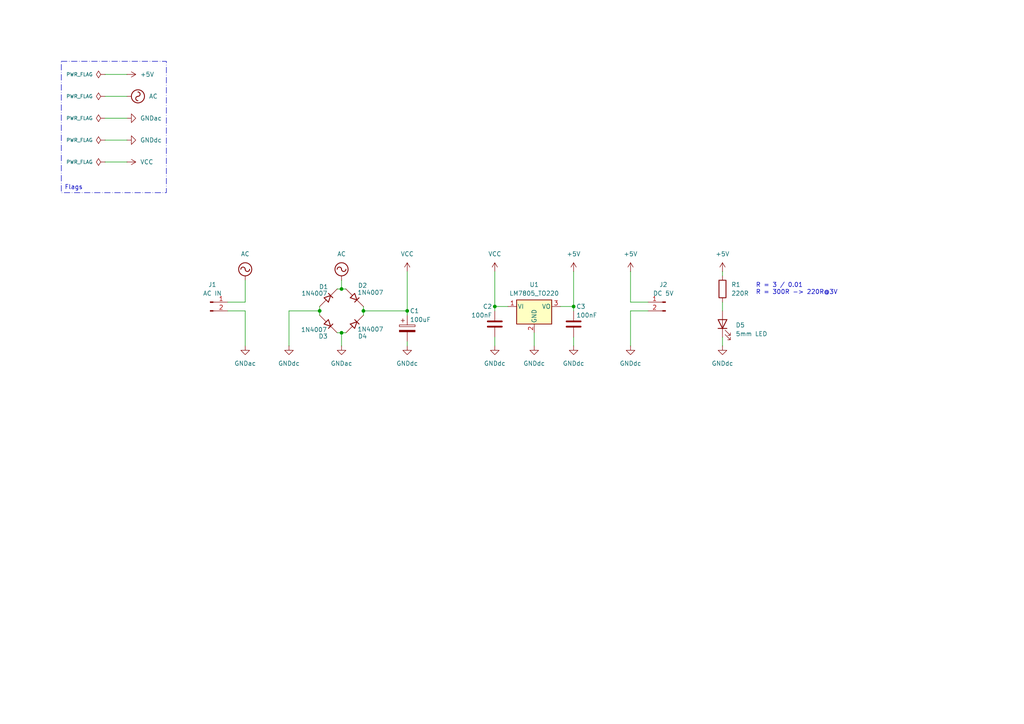
<source format=kicad_sch>
(kicad_sch
	(version 20250114)
	(generator "eeschema")
	(generator_version "9.0")
	(uuid "861d32b0-1230-4895-a86f-a64910e46068")
	(paper "A4")
	(lib_symbols
		(symbol "Connector:Conn_01x02_Pin"
			(pin_names
				(offset 1.016)
				(hide yes)
			)
			(exclude_from_sim no)
			(in_bom yes)
			(on_board yes)
			(property "Reference" "J"
				(at 0 2.54 0)
				(effects
					(font
						(size 1.27 1.27)
					)
				)
			)
			(property "Value" "Conn_01x02_Pin"
				(at 0 -5.08 0)
				(effects
					(font
						(size 1.27 1.27)
					)
				)
			)
			(property "Footprint" ""
				(at 0 0 0)
				(effects
					(font
						(size 1.27 1.27)
					)
					(hide yes)
				)
			)
			(property "Datasheet" "~"
				(at 0 0 0)
				(effects
					(font
						(size 1.27 1.27)
					)
					(hide yes)
				)
			)
			(property "Description" "Generic connector, single row, 01x02, script generated"
				(at 0 0 0)
				(effects
					(font
						(size 1.27 1.27)
					)
					(hide yes)
				)
			)
			(property "ki_locked" ""
				(at 0 0 0)
				(effects
					(font
						(size 1.27 1.27)
					)
				)
			)
			(property "ki_keywords" "connector"
				(at 0 0 0)
				(effects
					(font
						(size 1.27 1.27)
					)
					(hide yes)
				)
			)
			(property "ki_fp_filters" "Connector*:*_1x??_*"
				(at 0 0 0)
				(effects
					(font
						(size 1.27 1.27)
					)
					(hide yes)
				)
			)
			(symbol "Conn_01x02_Pin_1_1"
				(rectangle
					(start 0.8636 0.127)
					(end 0 -0.127)
					(stroke
						(width 0.1524)
						(type default)
					)
					(fill
						(type outline)
					)
				)
				(rectangle
					(start 0.8636 -2.413)
					(end 0 -2.667)
					(stroke
						(width 0.1524)
						(type default)
					)
					(fill
						(type outline)
					)
				)
				(polyline
					(pts
						(xy 1.27 0) (xy 0.8636 0)
					)
					(stroke
						(width 0.1524)
						(type default)
					)
					(fill
						(type none)
					)
				)
				(polyline
					(pts
						(xy 1.27 -2.54) (xy 0.8636 -2.54)
					)
					(stroke
						(width 0.1524)
						(type default)
					)
					(fill
						(type none)
					)
				)
				(pin passive line
					(at 5.08 0 180)
					(length 3.81)
					(name "Pin_1"
						(effects
							(font
								(size 1.27 1.27)
							)
						)
					)
					(number "1"
						(effects
							(font
								(size 1.27 1.27)
							)
						)
					)
				)
				(pin passive line
					(at 5.08 -2.54 180)
					(length 3.81)
					(name "Pin_2"
						(effects
							(font
								(size 1.27 1.27)
							)
						)
					)
					(number "2"
						(effects
							(font
								(size 1.27 1.27)
							)
						)
					)
				)
			)
			(embedded_fonts no)
		)
		(symbol "Device:C"
			(pin_numbers
				(hide yes)
			)
			(pin_names
				(offset 0.254)
			)
			(exclude_from_sim no)
			(in_bom yes)
			(on_board yes)
			(property "Reference" "C"
				(at 0.635 2.54 0)
				(effects
					(font
						(size 1.27 1.27)
					)
					(justify left)
				)
			)
			(property "Value" "C"
				(at 0.635 -2.54 0)
				(effects
					(font
						(size 1.27 1.27)
					)
					(justify left)
				)
			)
			(property "Footprint" ""
				(at 0.9652 -3.81 0)
				(effects
					(font
						(size 1.27 1.27)
					)
					(hide yes)
				)
			)
			(property "Datasheet" "~"
				(at 0 0 0)
				(effects
					(font
						(size 1.27 1.27)
					)
					(hide yes)
				)
			)
			(property "Description" "Unpolarized capacitor"
				(at 0 0 0)
				(effects
					(font
						(size 1.27 1.27)
					)
					(hide yes)
				)
			)
			(property "ki_keywords" "cap capacitor"
				(at 0 0 0)
				(effects
					(font
						(size 1.27 1.27)
					)
					(hide yes)
				)
			)
			(property "ki_fp_filters" "C_*"
				(at 0 0 0)
				(effects
					(font
						(size 1.27 1.27)
					)
					(hide yes)
				)
			)
			(symbol "C_0_1"
				(polyline
					(pts
						(xy -2.032 0.762) (xy 2.032 0.762)
					)
					(stroke
						(width 0.508)
						(type default)
					)
					(fill
						(type none)
					)
				)
				(polyline
					(pts
						(xy -2.032 -0.762) (xy 2.032 -0.762)
					)
					(stroke
						(width 0.508)
						(type default)
					)
					(fill
						(type none)
					)
				)
			)
			(symbol "C_1_1"
				(pin passive line
					(at 0 3.81 270)
					(length 2.794)
					(name "~"
						(effects
							(font
								(size 1.27 1.27)
							)
						)
					)
					(number "1"
						(effects
							(font
								(size 1.27 1.27)
							)
						)
					)
				)
				(pin passive line
					(at 0 -3.81 90)
					(length 2.794)
					(name "~"
						(effects
							(font
								(size 1.27 1.27)
							)
						)
					)
					(number "2"
						(effects
							(font
								(size 1.27 1.27)
							)
						)
					)
				)
			)
			(embedded_fonts no)
		)
		(symbol "Device:C_Polarized"
			(pin_numbers
				(hide yes)
			)
			(pin_names
				(offset 0.254)
			)
			(exclude_from_sim no)
			(in_bom yes)
			(on_board yes)
			(property "Reference" "C"
				(at 0.635 2.54 0)
				(effects
					(font
						(size 1.27 1.27)
					)
					(justify left)
				)
			)
			(property "Value" "C_Polarized"
				(at 0.635 -2.54 0)
				(effects
					(font
						(size 1.27 1.27)
					)
					(justify left)
				)
			)
			(property "Footprint" ""
				(at 0.9652 -3.81 0)
				(effects
					(font
						(size 1.27 1.27)
					)
					(hide yes)
				)
			)
			(property "Datasheet" "~"
				(at 0 0 0)
				(effects
					(font
						(size 1.27 1.27)
					)
					(hide yes)
				)
			)
			(property "Description" "Polarized capacitor"
				(at 0 0 0)
				(effects
					(font
						(size 1.27 1.27)
					)
					(hide yes)
				)
			)
			(property "ki_keywords" "cap capacitor"
				(at 0 0 0)
				(effects
					(font
						(size 1.27 1.27)
					)
					(hide yes)
				)
			)
			(property "ki_fp_filters" "CP_*"
				(at 0 0 0)
				(effects
					(font
						(size 1.27 1.27)
					)
					(hide yes)
				)
			)
			(symbol "C_Polarized_0_1"
				(rectangle
					(start -2.286 0.508)
					(end 2.286 1.016)
					(stroke
						(width 0)
						(type default)
					)
					(fill
						(type none)
					)
				)
				(polyline
					(pts
						(xy -1.778 2.286) (xy -0.762 2.286)
					)
					(stroke
						(width 0)
						(type default)
					)
					(fill
						(type none)
					)
				)
				(polyline
					(pts
						(xy -1.27 2.794) (xy -1.27 1.778)
					)
					(stroke
						(width 0)
						(type default)
					)
					(fill
						(type none)
					)
				)
				(rectangle
					(start 2.286 -0.508)
					(end -2.286 -1.016)
					(stroke
						(width 0)
						(type default)
					)
					(fill
						(type outline)
					)
				)
			)
			(symbol "C_Polarized_1_1"
				(pin passive line
					(at 0 3.81 270)
					(length 2.794)
					(name "~"
						(effects
							(font
								(size 1.27 1.27)
							)
						)
					)
					(number "1"
						(effects
							(font
								(size 1.27 1.27)
							)
						)
					)
				)
				(pin passive line
					(at 0 -3.81 90)
					(length 2.794)
					(name "~"
						(effects
							(font
								(size 1.27 1.27)
							)
						)
					)
					(number "2"
						(effects
							(font
								(size 1.27 1.27)
							)
						)
					)
				)
			)
			(embedded_fonts no)
		)
		(symbol "Device:D_45deg"
			(pin_numbers
				(hide yes)
			)
			(pin_names
				(offset 0)
				(hide yes)
			)
			(exclude_from_sim no)
			(in_bom yes)
			(on_board yes)
			(property "Reference" "D"
				(at 1.27 2.54 0)
				(effects
					(font
						(size 1.27 1.27)
					)
					(justify left)
				)
			)
			(property "Value" "D_45deg"
				(at 1.27 0 0)
				(effects
					(font
						(size 1.27 1.27)
					)
					(justify left)
				)
			)
			(property "Footprint" ""
				(at 0 0 0)
				(effects
					(font
						(size 1.27 1.27)
					)
					(hide yes)
				)
			)
			(property "Datasheet" "~"
				(at 0 0 0)
				(effects
					(font
						(size 1.27 1.27)
					)
					(hide yes)
				)
			)
			(property "Description" "Diode, rotated by 45°"
				(at 0 0 0)
				(effects
					(font
						(size 1.27 1.27)
					)
					(hide yes)
				)
			)
			(property "Sim.Device" "D"
				(at 0 -11.43 0)
				(effects
					(font
						(size 1.27 1.27)
					)
					(hide yes)
				)
			)
			(property "Sim.Pins" "1=K 2=A"
				(at 0 -8.89 0)
				(effects
					(font
						(size 1.27 1.27)
					)
					(hide yes)
				)
			)
			(property "ki_keywords" "Diode"
				(at 0 0 0)
				(effects
					(font
						(size 1.27 1.27)
					)
					(hide yes)
				)
			)
			(property "ki_fp_filters" "D*Bridge* D*Rectifier*"
				(at 0 0 0)
				(effects
					(font
						(size 1.27 1.27)
					)
					(hide yes)
				)
			)
			(symbol "D_45deg_0_1"
				(polyline
					(pts
						(xy -1.27 0) (xy 0 1.27) (xy 0.635 -0.635) (xy -1.27 0)
					)
					(stroke
						(width 0.254)
						(type default)
					)
					(fill
						(type none)
					)
				)
				(polyline
					(pts
						(xy -0.635 0.635) (xy -2.54 2.54)
					)
					(stroke
						(width 0)
						(type default)
					)
					(fill
						(type none)
					)
				)
				(polyline
					(pts
						(xy 0 -1.27) (xy 1.27 0)
					)
					(stroke
						(width 0.254)
						(type default)
					)
					(fill
						(type none)
					)
				)
				(polyline
					(pts
						(xy 2.54 -2.54) (xy 0.635 -0.635)
					)
					(stroke
						(width 0)
						(type default)
					)
					(fill
						(type none)
					)
				)
			)
			(symbol "D_45deg_1_1"
				(pin passive line
					(at -2.54 2.54 0)
					(length 0)
					(name "A"
						(effects
							(font
								(size 1.27 1.27)
							)
						)
					)
					(number "2"
						(effects
							(font
								(size 1.27 1.27)
							)
						)
					)
				)
				(pin passive line
					(at 2.54 -2.54 180)
					(length 0)
					(name "K"
						(effects
							(font
								(size 1.27 1.27)
							)
						)
					)
					(number "1"
						(effects
							(font
								(size 1.27 1.27)
							)
						)
					)
				)
			)
			(embedded_fonts no)
		)
		(symbol "Device:LED"
			(pin_numbers
				(hide yes)
			)
			(pin_names
				(offset 1.016)
				(hide yes)
			)
			(exclude_from_sim no)
			(in_bom yes)
			(on_board yes)
			(property "Reference" "D"
				(at 0 2.54 0)
				(effects
					(font
						(size 1.27 1.27)
					)
				)
			)
			(property "Value" "LED"
				(at 0 -2.54 0)
				(effects
					(font
						(size 1.27 1.27)
					)
				)
			)
			(property "Footprint" ""
				(at 0 0 0)
				(effects
					(font
						(size 1.27 1.27)
					)
					(hide yes)
				)
			)
			(property "Datasheet" "~"
				(at 0 0 0)
				(effects
					(font
						(size 1.27 1.27)
					)
					(hide yes)
				)
			)
			(property "Description" "Light emitting diode"
				(at 0 0 0)
				(effects
					(font
						(size 1.27 1.27)
					)
					(hide yes)
				)
			)
			(property "Sim.Pins" "1=K 2=A"
				(at 0 0 0)
				(effects
					(font
						(size 1.27 1.27)
					)
					(hide yes)
				)
			)
			(property "ki_keywords" "LED diode"
				(at 0 0 0)
				(effects
					(font
						(size 1.27 1.27)
					)
					(hide yes)
				)
			)
			(property "ki_fp_filters" "LED* LED_SMD:* LED_THT:*"
				(at 0 0 0)
				(effects
					(font
						(size 1.27 1.27)
					)
					(hide yes)
				)
			)
			(symbol "LED_0_1"
				(polyline
					(pts
						(xy -3.048 -0.762) (xy -4.572 -2.286) (xy -3.81 -2.286) (xy -4.572 -2.286) (xy -4.572 -1.524)
					)
					(stroke
						(width 0)
						(type default)
					)
					(fill
						(type none)
					)
				)
				(polyline
					(pts
						(xy -1.778 -0.762) (xy -3.302 -2.286) (xy -2.54 -2.286) (xy -3.302 -2.286) (xy -3.302 -1.524)
					)
					(stroke
						(width 0)
						(type default)
					)
					(fill
						(type none)
					)
				)
				(polyline
					(pts
						(xy -1.27 0) (xy 1.27 0)
					)
					(stroke
						(width 0)
						(type default)
					)
					(fill
						(type none)
					)
				)
				(polyline
					(pts
						(xy -1.27 -1.27) (xy -1.27 1.27)
					)
					(stroke
						(width 0.254)
						(type default)
					)
					(fill
						(type none)
					)
				)
				(polyline
					(pts
						(xy 1.27 -1.27) (xy 1.27 1.27) (xy -1.27 0) (xy 1.27 -1.27)
					)
					(stroke
						(width 0.254)
						(type default)
					)
					(fill
						(type none)
					)
				)
			)
			(symbol "LED_1_1"
				(pin passive line
					(at -3.81 0 0)
					(length 2.54)
					(name "K"
						(effects
							(font
								(size 1.27 1.27)
							)
						)
					)
					(number "1"
						(effects
							(font
								(size 1.27 1.27)
							)
						)
					)
				)
				(pin passive line
					(at 3.81 0 180)
					(length 2.54)
					(name "A"
						(effects
							(font
								(size 1.27 1.27)
							)
						)
					)
					(number "2"
						(effects
							(font
								(size 1.27 1.27)
							)
						)
					)
				)
			)
			(embedded_fonts no)
		)
		(symbol "Device:R"
			(pin_numbers
				(hide yes)
			)
			(pin_names
				(offset 0)
			)
			(exclude_from_sim no)
			(in_bom yes)
			(on_board yes)
			(property "Reference" "R"
				(at 2.032 0 90)
				(effects
					(font
						(size 1.27 1.27)
					)
				)
			)
			(property "Value" "R"
				(at 0 0 90)
				(effects
					(font
						(size 1.27 1.27)
					)
				)
			)
			(property "Footprint" ""
				(at -1.778 0 90)
				(effects
					(font
						(size 1.27 1.27)
					)
					(hide yes)
				)
			)
			(property "Datasheet" "~"
				(at 0 0 0)
				(effects
					(font
						(size 1.27 1.27)
					)
					(hide yes)
				)
			)
			(property "Description" "Resistor"
				(at 0 0 0)
				(effects
					(font
						(size 1.27 1.27)
					)
					(hide yes)
				)
			)
			(property "ki_keywords" "R res resistor"
				(at 0 0 0)
				(effects
					(font
						(size 1.27 1.27)
					)
					(hide yes)
				)
			)
			(property "ki_fp_filters" "R_*"
				(at 0 0 0)
				(effects
					(font
						(size 1.27 1.27)
					)
					(hide yes)
				)
			)
			(symbol "R_0_1"
				(rectangle
					(start -1.016 -2.54)
					(end 1.016 2.54)
					(stroke
						(width 0.254)
						(type default)
					)
					(fill
						(type none)
					)
				)
			)
			(symbol "R_1_1"
				(pin passive line
					(at 0 3.81 270)
					(length 1.27)
					(name "~"
						(effects
							(font
								(size 1.27 1.27)
							)
						)
					)
					(number "1"
						(effects
							(font
								(size 1.27 1.27)
							)
						)
					)
				)
				(pin passive line
					(at 0 -3.81 90)
					(length 1.27)
					(name "~"
						(effects
							(font
								(size 1.27 1.27)
							)
						)
					)
					(number "2"
						(effects
							(font
								(size 1.27 1.27)
							)
						)
					)
				)
			)
			(embedded_fonts no)
		)
		(symbol "Regulator_Linear:LM7805_TO220"
			(pin_names
				(offset 0.254)
			)
			(exclude_from_sim no)
			(in_bom yes)
			(on_board yes)
			(property "Reference" "U"
				(at -3.81 3.175 0)
				(effects
					(font
						(size 1.27 1.27)
					)
				)
			)
			(property "Value" "LM7805_TO220"
				(at 0 3.175 0)
				(effects
					(font
						(size 1.27 1.27)
					)
					(justify left)
				)
			)
			(property "Footprint" "Package_TO_SOT_THT:TO-220-3_Vertical"
				(at 0 5.715 0)
				(effects
					(font
						(size 1.27 1.27)
						(italic yes)
					)
					(hide yes)
				)
			)
			(property "Datasheet" "https://www.onsemi.cn/PowerSolutions/document/MC7800-D.PDF"
				(at 0 -1.27 0)
				(effects
					(font
						(size 1.27 1.27)
					)
					(hide yes)
				)
			)
			(property "Description" "Positive 1A 35V Linear Regulator, Fixed Output 5V, TO-220"
				(at 0 0 0)
				(effects
					(font
						(size 1.27 1.27)
					)
					(hide yes)
				)
			)
			(property "ki_keywords" "Voltage Regulator 1A Positive"
				(at 0 0 0)
				(effects
					(font
						(size 1.27 1.27)
					)
					(hide yes)
				)
			)
			(property "ki_fp_filters" "TO?220*"
				(at 0 0 0)
				(effects
					(font
						(size 1.27 1.27)
					)
					(hide yes)
				)
			)
			(symbol "LM7805_TO220_0_1"
				(rectangle
					(start -5.08 1.905)
					(end 5.08 -5.08)
					(stroke
						(width 0.254)
						(type default)
					)
					(fill
						(type background)
					)
				)
			)
			(symbol "LM7805_TO220_1_1"
				(pin power_in line
					(at -7.62 0 0)
					(length 2.54)
					(name "VI"
						(effects
							(font
								(size 1.27 1.27)
							)
						)
					)
					(number "1"
						(effects
							(font
								(size 1.27 1.27)
							)
						)
					)
				)
				(pin power_in line
					(at 0 -7.62 90)
					(length 2.54)
					(name "GND"
						(effects
							(font
								(size 1.27 1.27)
							)
						)
					)
					(number "2"
						(effects
							(font
								(size 1.27 1.27)
							)
						)
					)
				)
				(pin power_out line
					(at 7.62 0 180)
					(length 2.54)
					(name "VO"
						(effects
							(font
								(size 1.27 1.27)
							)
						)
					)
					(number "3"
						(effects
							(font
								(size 1.27 1.27)
							)
						)
					)
				)
			)
			(embedded_fonts no)
		)
		(symbol "power:+5V"
			(power)
			(pin_numbers
				(hide yes)
			)
			(pin_names
				(offset 0)
				(hide yes)
			)
			(exclude_from_sim no)
			(in_bom yes)
			(on_board yes)
			(property "Reference" "#PWR"
				(at 0 -3.81 0)
				(effects
					(font
						(size 1.27 1.27)
					)
					(hide yes)
				)
			)
			(property "Value" "+5V"
				(at 0 3.556 0)
				(effects
					(font
						(size 1.27 1.27)
					)
				)
			)
			(property "Footprint" ""
				(at 0 0 0)
				(effects
					(font
						(size 1.27 1.27)
					)
					(hide yes)
				)
			)
			(property "Datasheet" ""
				(at 0 0 0)
				(effects
					(font
						(size 1.27 1.27)
					)
					(hide yes)
				)
			)
			(property "Description" "Power symbol creates a global label with name \"+5V\""
				(at 0 0 0)
				(effects
					(font
						(size 1.27 1.27)
					)
					(hide yes)
				)
			)
			(property "ki_keywords" "global power"
				(at 0 0 0)
				(effects
					(font
						(size 1.27 1.27)
					)
					(hide yes)
				)
			)
			(symbol "+5V_0_1"
				(polyline
					(pts
						(xy -0.762 1.27) (xy 0 2.54)
					)
					(stroke
						(width 0)
						(type default)
					)
					(fill
						(type none)
					)
				)
				(polyline
					(pts
						(xy 0 2.54) (xy 0.762 1.27)
					)
					(stroke
						(width 0)
						(type default)
					)
					(fill
						(type none)
					)
				)
				(polyline
					(pts
						(xy 0 0) (xy 0 2.54)
					)
					(stroke
						(width 0)
						(type default)
					)
					(fill
						(type none)
					)
				)
			)
			(symbol "+5V_1_1"
				(pin power_in line
					(at 0 0 90)
					(length 0)
					(name "~"
						(effects
							(font
								(size 1.27 1.27)
							)
						)
					)
					(number "1"
						(effects
							(font
								(size 1.27 1.27)
							)
						)
					)
				)
			)
			(embedded_fonts no)
		)
		(symbol "power:AC"
			(power)
			(pin_numbers
				(hide yes)
			)
			(pin_names
				(offset 0)
				(hide yes)
			)
			(exclude_from_sim no)
			(in_bom yes)
			(on_board yes)
			(property "Reference" "#PWR"
				(at 0 -2.54 0)
				(effects
					(font
						(size 1.27 1.27)
					)
					(hide yes)
				)
			)
			(property "Value" "AC"
				(at 0 6.35 0)
				(effects
					(font
						(size 1.27 1.27)
					)
				)
			)
			(property "Footprint" ""
				(at 0 0 0)
				(effects
					(font
						(size 1.27 1.27)
					)
					(hide yes)
				)
			)
			(property "Datasheet" ""
				(at 0 0 0)
				(effects
					(font
						(size 1.27 1.27)
					)
					(hide yes)
				)
			)
			(property "Description" "Power symbol creates a global label with name \"AC\""
				(at 0 0 0)
				(effects
					(font
						(size 1.27 1.27)
					)
					(hide yes)
				)
			)
			(property "ki_keywords" "global power"
				(at 0 0 0)
				(effects
					(font
						(size 1.27 1.27)
					)
					(hide yes)
				)
			)
			(symbol "AC_0_1"
				(arc
					(start -1.27 3.175)
					(mid -0.635 3.8073)
					(end 0 3.175)
					(stroke
						(width 0.254)
						(type default)
					)
					(fill
						(type none)
					)
				)
				(circle
					(center 0 3.175)
					(radius 1.905)
					(stroke
						(width 0.254)
						(type default)
					)
					(fill
						(type none)
					)
				)
				(polyline
					(pts
						(xy 0 0) (xy 0 1.27)
					)
					(stroke
						(width 0)
						(type default)
					)
					(fill
						(type none)
					)
				)
				(arc
					(start 1.27 3.175)
					(mid 0.635 2.5427)
					(end 0 3.175)
					(stroke
						(width 0.254)
						(type default)
					)
					(fill
						(type none)
					)
				)
			)
			(symbol "AC_1_1"
				(pin power_in line
					(at 0 0 90)
					(length 0)
					(name "~"
						(effects
							(font
								(size 1.27 1.27)
							)
						)
					)
					(number "1"
						(effects
							(font
								(size 1.27 1.27)
							)
						)
					)
				)
			)
			(embedded_fonts no)
		)
		(symbol "power:GND"
			(power)
			(pin_numbers
				(hide yes)
			)
			(pin_names
				(offset 0)
				(hide yes)
			)
			(exclude_from_sim no)
			(in_bom yes)
			(on_board yes)
			(property "Reference" "#PWR"
				(at 0 -6.35 0)
				(effects
					(font
						(size 1.27 1.27)
					)
					(hide yes)
				)
			)
			(property "Value" "GND"
				(at 0 -3.81 0)
				(effects
					(font
						(size 1.27 1.27)
					)
				)
			)
			(property "Footprint" ""
				(at 0 0 0)
				(effects
					(font
						(size 1.27 1.27)
					)
					(hide yes)
				)
			)
			(property "Datasheet" ""
				(at 0 0 0)
				(effects
					(font
						(size 1.27 1.27)
					)
					(hide yes)
				)
			)
			(property "Description" "Power symbol creates a global label with name \"GND\" , ground"
				(at 0 0 0)
				(effects
					(font
						(size 1.27 1.27)
					)
					(hide yes)
				)
			)
			(property "ki_keywords" "global power"
				(at 0 0 0)
				(effects
					(font
						(size 1.27 1.27)
					)
					(hide yes)
				)
			)
			(symbol "GND_0_1"
				(polyline
					(pts
						(xy 0 0) (xy 0 -1.27) (xy 1.27 -1.27) (xy 0 -2.54) (xy -1.27 -1.27) (xy 0 -1.27)
					)
					(stroke
						(width 0)
						(type default)
					)
					(fill
						(type none)
					)
				)
			)
			(symbol "GND_1_1"
				(pin power_in line
					(at 0 0 270)
					(length 0)
					(name "~"
						(effects
							(font
								(size 1.27 1.27)
							)
						)
					)
					(number "1"
						(effects
							(font
								(size 1.27 1.27)
							)
						)
					)
				)
			)
			(embedded_fonts no)
		)
		(symbol "power:PWR_FLAG"
			(power)
			(pin_numbers
				(hide yes)
			)
			(pin_names
				(offset 0)
				(hide yes)
			)
			(exclude_from_sim no)
			(in_bom yes)
			(on_board yes)
			(property "Reference" "#FLG"
				(at 0 1.905 0)
				(effects
					(font
						(size 1.27 1.27)
					)
					(hide yes)
				)
			)
			(property "Value" "PWR_FLAG"
				(at 0 3.81 0)
				(effects
					(font
						(size 1.27 1.27)
					)
				)
			)
			(property "Footprint" ""
				(at 0 0 0)
				(effects
					(font
						(size 1.27 1.27)
					)
					(hide yes)
				)
			)
			(property "Datasheet" "~"
				(at 0 0 0)
				(effects
					(font
						(size 1.27 1.27)
					)
					(hide yes)
				)
			)
			(property "Description" "Special symbol for telling ERC where power comes from"
				(at 0 0 0)
				(effects
					(font
						(size 1.27 1.27)
					)
					(hide yes)
				)
			)
			(property "ki_keywords" "flag power"
				(at 0 0 0)
				(effects
					(font
						(size 1.27 1.27)
					)
					(hide yes)
				)
			)
			(symbol "PWR_FLAG_0_0"
				(pin power_out line
					(at 0 0 90)
					(length 0)
					(name "~"
						(effects
							(font
								(size 1.27 1.27)
							)
						)
					)
					(number "1"
						(effects
							(font
								(size 1.27 1.27)
							)
						)
					)
				)
			)
			(symbol "PWR_FLAG_0_1"
				(polyline
					(pts
						(xy 0 0) (xy 0 1.27) (xy -1.016 1.905) (xy 0 2.54) (xy 1.016 1.905) (xy 0 1.27)
					)
					(stroke
						(width 0)
						(type default)
					)
					(fill
						(type none)
					)
				)
			)
			(embedded_fonts no)
		)
		(symbol "power:VCC"
			(power)
			(pin_numbers
				(hide yes)
			)
			(pin_names
				(offset 0)
				(hide yes)
			)
			(exclude_from_sim no)
			(in_bom yes)
			(on_board yes)
			(property "Reference" "#PWR"
				(at 0 -3.81 0)
				(effects
					(font
						(size 1.27 1.27)
					)
					(hide yes)
				)
			)
			(property "Value" "VCC"
				(at 0 3.556 0)
				(effects
					(font
						(size 1.27 1.27)
					)
				)
			)
			(property "Footprint" ""
				(at 0 0 0)
				(effects
					(font
						(size 1.27 1.27)
					)
					(hide yes)
				)
			)
			(property "Datasheet" ""
				(at 0 0 0)
				(effects
					(font
						(size 1.27 1.27)
					)
					(hide yes)
				)
			)
			(property "Description" "Power symbol creates a global label with name \"VCC\""
				(at 0 0 0)
				(effects
					(font
						(size 1.27 1.27)
					)
					(hide yes)
				)
			)
			(property "ki_keywords" "global power"
				(at 0 0 0)
				(effects
					(font
						(size 1.27 1.27)
					)
					(hide yes)
				)
			)
			(symbol "VCC_0_1"
				(polyline
					(pts
						(xy -0.762 1.27) (xy 0 2.54)
					)
					(stroke
						(width 0)
						(type default)
					)
					(fill
						(type none)
					)
				)
				(polyline
					(pts
						(xy 0 2.54) (xy 0.762 1.27)
					)
					(stroke
						(width 0)
						(type default)
					)
					(fill
						(type none)
					)
				)
				(polyline
					(pts
						(xy 0 0) (xy 0 2.54)
					)
					(stroke
						(width 0)
						(type default)
					)
					(fill
						(type none)
					)
				)
			)
			(symbol "VCC_1_1"
				(pin power_in line
					(at 0 0 90)
					(length 0)
					(name "~"
						(effects
							(font
								(size 1.27 1.27)
							)
						)
					)
					(number "1"
						(effects
							(font
								(size 1.27 1.27)
							)
						)
					)
				)
			)
			(embedded_fonts no)
		)
	)
	(text "R = 3 / 0.01\nR = 300R -> 220R@3V"
		(exclude_from_sim no)
		(at 219.202 83.82 0)
		(effects
			(font
				(size 1.27 1.27)
			)
			(justify left)
		)
		(uuid "19a25e10-9a02-40e9-b45b-3a23e9509c96")
	)
	(text_box "Flags"
		(exclude_from_sim no)
		(at 17.78 17.78 0)
		(size 30.48 38.1)
		(margins 0.9525 0.9525 0.9525 0.9525)
		(stroke
			(width 0)
			(type dash_dot)
		)
		(fill
			(type none)
		)
		(effects
			(font
				(size 1.27 1.27)
			)
			(justify left bottom)
		)
		(uuid "4a2f1ead-e47f-47f9-8d2f-21da5215d2a3")
	)
	(junction
		(at 99.06 83.82)
		(diameter 0)
		(color 0 0 0 0)
		(uuid "02eca968-fa90-4512-91b0-b7ba05ae9d1a")
	)
	(junction
		(at 143.51 88.9)
		(diameter 0)
		(color 0 0 0 0)
		(uuid "45558c37-6655-49c4-8720-4a7abf4ef679")
	)
	(junction
		(at 92.71 90.17)
		(diameter 0)
		(color 0 0 0 0)
		(uuid "4a3dcc22-208a-4926-9da9-d3553af9eacc")
	)
	(junction
		(at 118.11 90.17)
		(diameter 0)
		(color 0 0 0 0)
		(uuid "532a3b09-10ed-4642-93e2-113a8e026ee5")
	)
	(junction
		(at 99.06 96.52)
		(diameter 0)
		(color 0 0 0 0)
		(uuid "5d6e663e-9999-4d25-9bc5-9f1bf9228ca8")
	)
	(junction
		(at 105.41 90.17)
		(diameter 0)
		(color 0 0 0 0)
		(uuid "dced6105-015e-4005-ac74-0d34a12c97f8")
	)
	(junction
		(at 166.37 88.9)
		(diameter 0)
		(color 0 0 0 0)
		(uuid "eaf54245-742e-4258-808e-0bd877a50d5c")
	)
	(wire
		(pts
			(xy 99.06 96.52) (xy 99.06 100.33)
		)
		(stroke
			(width 0)
			(type default)
		)
		(uuid "161cf994-61c5-43bb-9782-31baf7ace5fc")
	)
	(wire
		(pts
			(xy 118.11 90.17) (xy 118.11 91.44)
		)
		(stroke
			(width 0)
			(type default)
		)
		(uuid "1a2cc230-fbbc-4ade-b1af-f5320b5398f7")
	)
	(wire
		(pts
			(xy 166.37 88.9) (xy 162.56 88.9)
		)
		(stroke
			(width 0)
			(type default)
		)
		(uuid "27e1b75c-99ef-40f6-98d7-977916ed58e6")
	)
	(wire
		(pts
			(xy 92.71 90.17) (xy 92.71 91.44)
		)
		(stroke
			(width 0)
			(type default)
		)
		(uuid "2c3f2efa-455f-41fb-baba-b5b8599e56b2")
	)
	(wire
		(pts
			(xy 166.37 97.79) (xy 166.37 100.33)
		)
		(stroke
			(width 0)
			(type default)
		)
		(uuid "2de550e1-3d45-4810-a9d5-5895c924ad67")
	)
	(wire
		(pts
			(xy 187.96 87.63) (xy 182.88 87.63)
		)
		(stroke
			(width 0)
			(type default)
		)
		(uuid "2f0fe51d-c2ee-4132-9604-4f06e863a73a")
	)
	(wire
		(pts
			(xy 71.12 87.63) (xy 71.12 81.28)
		)
		(stroke
			(width 0)
			(type default)
		)
		(uuid "3bfd1621-4569-49b6-9f27-b717fe6ef9aa")
	)
	(wire
		(pts
			(xy 143.51 88.9) (xy 143.51 78.74)
		)
		(stroke
			(width 0)
			(type default)
		)
		(uuid "3e063b23-3356-456b-8c79-5db012308c13")
	)
	(wire
		(pts
			(xy 118.11 78.74) (xy 118.11 90.17)
		)
		(stroke
			(width 0)
			(type default)
		)
		(uuid "3f26c906-35d2-4c06-8769-e8a859715017")
	)
	(wire
		(pts
			(xy 187.96 90.17) (xy 182.88 90.17)
		)
		(stroke
			(width 0)
			(type default)
		)
		(uuid "426d8ca9-3343-472e-8ff9-ce2d6b31c0d2")
	)
	(wire
		(pts
			(xy 105.41 90.17) (xy 118.11 90.17)
		)
		(stroke
			(width 0)
			(type default)
		)
		(uuid "4398da4f-ba79-45f5-8f8b-aa671ebe720c")
	)
	(wire
		(pts
			(xy 143.51 97.79) (xy 143.51 100.33)
		)
		(stroke
			(width 0)
			(type default)
		)
		(uuid "45e07816-f2bc-4190-9806-aff2aed88745")
	)
	(wire
		(pts
			(xy 118.11 100.33) (xy 118.11 99.06)
		)
		(stroke
			(width 0)
			(type default)
		)
		(uuid "4840dbf7-af12-431a-8c16-c12db6972674")
	)
	(wire
		(pts
			(xy 105.41 88.9) (xy 105.41 90.17)
		)
		(stroke
			(width 0)
			(type default)
		)
		(uuid "4c045806-b2be-4323-aacc-c89faac9e84c")
	)
	(wire
		(pts
			(xy 99.06 83.82) (xy 100.33 83.82)
		)
		(stroke
			(width 0)
			(type default)
		)
		(uuid "4f6576c6-83aa-44d6-ae74-9d39d3a0ac75")
	)
	(wire
		(pts
			(xy 97.79 83.82) (xy 99.06 83.82)
		)
		(stroke
			(width 0)
			(type default)
		)
		(uuid "548fe083-85eb-46fa-8027-362ccf84b712")
	)
	(wire
		(pts
			(xy 147.32 88.9) (xy 143.51 88.9)
		)
		(stroke
			(width 0)
			(type default)
		)
		(uuid "5c0df08c-5313-46c9-ae54-114c220fa4b7")
	)
	(wire
		(pts
			(xy 143.51 88.9) (xy 143.51 90.17)
		)
		(stroke
			(width 0)
			(type default)
		)
		(uuid "612e354b-f4ff-4956-a93d-6fe8c10d7634")
	)
	(wire
		(pts
			(xy 209.55 87.63) (xy 209.55 90.17)
		)
		(stroke
			(width 0)
			(type default)
		)
		(uuid "62f37a7a-f17d-4e42-88f6-cab5c1695ecc")
	)
	(wire
		(pts
			(xy 97.79 96.52) (xy 99.06 96.52)
		)
		(stroke
			(width 0)
			(type default)
		)
		(uuid "6d86a088-1c6b-4cc4-a30c-c674f5ea82d5")
	)
	(wire
		(pts
			(xy 154.94 96.52) (xy 154.94 100.33)
		)
		(stroke
			(width 0)
			(type default)
		)
		(uuid "6d9ed1e1-36fb-44ba-a5ad-96240822d052")
	)
	(wire
		(pts
			(xy 83.82 100.33) (xy 83.82 90.17)
		)
		(stroke
			(width 0)
			(type default)
		)
		(uuid "70f58118-0329-4c03-b9c0-cec956afa05e")
	)
	(wire
		(pts
			(xy 30.48 27.94) (xy 36.83 27.94)
		)
		(stroke
			(width 0)
			(type default)
		)
		(uuid "77cd4375-a832-41fd-8dfa-a189d063345c")
	)
	(wire
		(pts
			(xy 99.06 81.28) (xy 99.06 83.82)
		)
		(stroke
			(width 0)
			(type default)
		)
		(uuid "7e0e7a3c-6cc1-4568-a6b2-895a70e84211")
	)
	(wire
		(pts
			(xy 30.48 46.99) (xy 36.83 46.99)
		)
		(stroke
			(width 0)
			(type default)
		)
		(uuid "8272d9b4-7730-4e8f-bda2-1550c367a4f6")
	)
	(wire
		(pts
			(xy 83.82 90.17) (xy 92.71 90.17)
		)
		(stroke
			(width 0)
			(type default)
		)
		(uuid "8ebc3c42-55d3-4911-9712-7b37f791d662")
	)
	(wire
		(pts
			(xy 105.41 90.17) (xy 105.41 91.44)
		)
		(stroke
			(width 0)
			(type default)
		)
		(uuid "9bcd8527-cabc-4085-951e-09f06cf9ae30")
	)
	(wire
		(pts
			(xy 30.48 34.29) (xy 36.83 34.29)
		)
		(stroke
			(width 0)
			(type default)
		)
		(uuid "9fb014fe-1d97-40bb-8ab9-bdedeae8e00e")
	)
	(wire
		(pts
			(xy 209.55 78.74) (xy 209.55 80.01)
		)
		(stroke
			(width 0)
			(type default)
		)
		(uuid "9fe4e5ba-4dc2-458c-8b53-a6abfa77cf50")
	)
	(wire
		(pts
			(xy 66.04 87.63) (xy 71.12 87.63)
		)
		(stroke
			(width 0)
			(type default)
		)
		(uuid "a6d65ebc-b7ff-4bd8-94f3-434136f2585c")
	)
	(wire
		(pts
			(xy 209.55 100.33) (xy 209.55 97.79)
		)
		(stroke
			(width 0)
			(type default)
		)
		(uuid "aa645f1c-81b4-41fc-9db9-6724769a78f4")
	)
	(wire
		(pts
			(xy 92.71 88.9) (xy 92.71 90.17)
		)
		(stroke
			(width 0)
			(type default)
		)
		(uuid "aed9a9a3-d871-4f04-8db8-a463d59bb7e9")
	)
	(wire
		(pts
			(xy 30.48 21.59) (xy 36.83 21.59)
		)
		(stroke
			(width 0)
			(type default)
		)
		(uuid "af490017-943f-4398-b067-58739894d08b")
	)
	(wire
		(pts
			(xy 182.88 87.63) (xy 182.88 78.74)
		)
		(stroke
			(width 0)
			(type default)
		)
		(uuid "b87bf7fa-d883-4049-8118-494ec68120a4")
	)
	(wire
		(pts
			(xy 166.37 88.9) (xy 166.37 90.17)
		)
		(stroke
			(width 0)
			(type default)
		)
		(uuid "caab6d06-b404-4a44-91e3-543f3a547497")
	)
	(wire
		(pts
			(xy 71.12 90.17) (xy 71.12 100.33)
		)
		(stroke
			(width 0)
			(type default)
		)
		(uuid "d310294d-6a39-45a3-a6e7-2bfdd0767111")
	)
	(wire
		(pts
			(xy 182.88 90.17) (xy 182.88 100.33)
		)
		(stroke
			(width 0)
			(type default)
		)
		(uuid "d912a694-e394-472c-a6a2-5b78027cb676")
	)
	(wire
		(pts
			(xy 66.04 90.17) (xy 71.12 90.17)
		)
		(stroke
			(width 0)
			(type default)
		)
		(uuid "da1bb344-856a-4245-a40d-fac429a0a64f")
	)
	(wire
		(pts
			(xy 99.06 96.52) (xy 100.33 96.52)
		)
		(stroke
			(width 0)
			(type default)
		)
		(uuid "dee840a1-4ea0-4692-9334-a0254969ba93")
	)
	(wire
		(pts
			(xy 166.37 78.74) (xy 166.37 88.9)
		)
		(stroke
			(width 0)
			(type default)
		)
		(uuid "e4aac921-4e5a-40ae-92e6-b8b9808a28e0")
	)
	(wire
		(pts
			(xy 30.48 40.64) (xy 36.83 40.64)
		)
		(stroke
			(width 0)
			(type default)
		)
		(uuid "f7a3f349-c99c-4651-981f-9d713cef7e45")
	)
	(symbol
		(lib_id "power:PWR_FLAG")
		(at 30.48 21.59 90)
		(unit 1)
		(exclude_from_sim no)
		(in_bom yes)
		(on_board yes)
		(dnp no)
		(uuid "0721c059-6f30-4f35-9cf6-9d92e40e7197")
		(property "Reference" "#FLG02"
			(at 28.575 21.59 0)
			(effects
				(font
					(size 1.27 1.27)
				)
				(hide yes)
			)
		)
		(property "Value" "PWR_FLAG"
			(at 26.924 21.59 90)
			(effects
				(font
					(size 1.016 1.016)
				)
				(justify left)
			)
		)
		(property "Footprint" ""
			(at 30.48 21.59 0)
			(effects
				(font
					(size 1.27 1.27)
				)
				(hide yes)
			)
		)
		(property "Datasheet" "~"
			(at 30.48 21.59 0)
			(effects
				(font
					(size 1.27 1.27)
				)
				(hide yes)
			)
		)
		(property "Description" "Special symbol for telling ERC where power comes from"
			(at 30.48 21.59 0)
			(effects
				(font
					(size 1.27 1.27)
				)
				(hide yes)
			)
		)
		(pin "1"
			(uuid "b64555c8-2280-4a64-86c5-0cacef648cbf")
		)
		(instances
			(project "5V linearni zdroj"
				(path "/861d32b0-1230-4895-a86f-a64910e46068"
					(reference "#FLG02")
					(unit 1)
				)
			)
		)
	)
	(symbol
		(lib_id "Device:R")
		(at 209.55 83.82 0)
		(unit 1)
		(exclude_from_sim no)
		(in_bom yes)
		(on_board yes)
		(dnp no)
		(fields_autoplaced yes)
		(uuid "07d2c4f1-1f5d-4e14-bd26-e9016c75ab25")
		(property "Reference" "R1"
			(at 212.09 82.5499 0)
			(effects
				(font
					(size 1.27 1.27)
				)
				(justify left)
			)
		)
		(property "Value" "220R"
			(at 212.09 85.0899 0)
			(effects
				(font
					(size 1.27 1.27)
				)
				(justify left)
			)
		)
		(property "Footprint" "Resistor_THT:R_Axial_DIN0207_L6.3mm_D2.5mm_P10.16mm_Horizontal"
			(at 207.772 83.82 90)
			(effects
				(font
					(size 1.27 1.27)
				)
				(hide yes)
			)
		)
		(property "Datasheet" "~"
			(at 209.55 83.82 0)
			(effects
				(font
					(size 1.27 1.27)
				)
				(hide yes)
			)
		)
		(property "Description" "Resistor"
			(at 209.55 83.82 0)
			(effects
				(font
					(size 1.27 1.27)
				)
				(hide yes)
			)
		)
		(pin "1"
			(uuid "2e549e64-6910-4909-9e02-fa6ee145ac51")
		)
		(pin "2"
			(uuid "4adc7b4f-00aa-4e94-92f5-978605942e7b")
		)
		(instances
			(project "5V linearni zdroj"
				(path "/861d32b0-1230-4895-a86f-a64910e46068"
					(reference "R1")
					(unit 1)
				)
			)
		)
	)
	(symbol
		(lib_id "power:AC")
		(at 99.06 81.28 0)
		(unit 1)
		(exclude_from_sim no)
		(in_bom yes)
		(on_board yes)
		(dnp no)
		(fields_autoplaced yes)
		(uuid "0bb4fc9b-1fc6-406e-a165-04e8221a31c8")
		(property "Reference" "#PWR04"
			(at 99.06 83.82 0)
			(effects
				(font
					(size 1.27 1.27)
				)
				(hide yes)
			)
		)
		(property "Value" "AC"
			(at 99.06 73.66 0)
			(effects
				(font
					(size 1.27 1.27)
				)
			)
		)
		(property "Footprint" ""
			(at 99.06 81.28 0)
			(effects
				(font
					(size 1.27 1.27)
				)
				(hide yes)
			)
		)
		(property "Datasheet" ""
			(at 99.06 81.28 0)
			(effects
				(font
					(size 1.27 1.27)
				)
				(hide yes)
			)
		)
		(property "Description" "Power symbol creates a global label with name \"AC\""
			(at 99.06 81.28 0)
			(effects
				(font
					(size 1.27 1.27)
				)
				(hide yes)
			)
		)
		(pin "1"
			(uuid "d34a6bcd-c093-4de9-98dc-18b73d607c43")
		)
		(instances
			(project "5V linearni zdroj"
				(path "/861d32b0-1230-4895-a86f-a64910e46068"
					(reference "#PWR04")
					(unit 1)
				)
			)
		)
	)
	(symbol
		(lib_id "power:GND")
		(at 154.94 100.33 0)
		(unit 1)
		(exclude_from_sim no)
		(in_bom yes)
		(on_board yes)
		(dnp no)
		(fields_autoplaced yes)
		(uuid "0cfbdc55-ba54-4c2b-a41c-e2ef41e5be45")
		(property "Reference" "#PWR07"
			(at 154.94 106.68 0)
			(effects
				(font
					(size 1.27 1.27)
				)
				(hide yes)
			)
		)
		(property "Value" "GNDdc"
			(at 154.94 105.41 0)
			(effects
				(font
					(size 1.27 1.27)
				)
			)
		)
		(property "Footprint" ""
			(at 154.94 100.33 0)
			(effects
				(font
					(size 1.27 1.27)
				)
				(hide yes)
			)
		)
		(property "Datasheet" ""
			(at 154.94 100.33 0)
			(effects
				(font
					(size 1.27 1.27)
				)
				(hide yes)
			)
		)
		(property "Description" "Power symbol creates a global label with name \"GND\" , ground"
			(at 154.94 100.33 0)
			(effects
				(font
					(size 1.27 1.27)
				)
				(hide yes)
			)
		)
		(pin "1"
			(uuid "4af9e075-ee05-49b2-b3e1-cf10bda6a9c3")
		)
		(instances
			(project "5V linearni zdroj"
				(path "/861d32b0-1230-4895-a86f-a64910e46068"
					(reference "#PWR07")
					(unit 1)
				)
			)
		)
	)
	(symbol
		(lib_id "Connector:Conn_01x02_Pin")
		(at 60.96 87.63 0)
		(unit 1)
		(exclude_from_sim no)
		(in_bom yes)
		(on_board yes)
		(dnp no)
		(uuid "12d40eb2-7a53-4ed6-a550-4ea203c400c4")
		(property "Reference" "J1"
			(at 61.595 82.55 0)
			(effects
				(font
					(size 1.27 1.27)
				)
			)
		)
		(property "Value" "AC IN"
			(at 61.595 85.09 0)
			(effects
				(font
					(size 1.27 1.27)
				)
			)
		)
		(property "Footprint" "Connector_PinHeader_2.54mm:PinHeader_1x02_P2.54mm_Vertical"
			(at 60.96 87.63 0)
			(effects
				(font
					(size 1.27 1.27)
				)
				(hide yes)
			)
		)
		(property "Datasheet" "~"
			(at 60.96 87.63 0)
			(effects
				(font
					(size 1.27 1.27)
				)
				(hide yes)
			)
		)
		(property "Description" "Generic connector, single row, 01x02, script generated"
			(at 60.96 87.63 0)
			(effects
				(font
					(size 1.27 1.27)
				)
				(hide yes)
			)
		)
		(pin "2"
			(uuid "0ce33e73-ca0b-4a83-bf76-dc06ae690db6")
		)
		(pin "1"
			(uuid "b1401138-2589-4488-853c-b66488ba4443")
		)
		(instances
			(project "5V linearni zdroj"
				(path "/861d32b0-1230-4895-a86f-a64910e46068"
					(reference "J1")
					(unit 1)
				)
			)
		)
	)
	(symbol
		(lib_id "power:PWR_FLAG")
		(at 30.48 27.94 90)
		(unit 1)
		(exclude_from_sim no)
		(in_bom yes)
		(on_board yes)
		(dnp no)
		(uuid "1ebd8c78-31d0-420d-a906-3436e2cfa56b")
		(property "Reference" "#FLG03"
			(at 28.575 27.94 0)
			(effects
				(font
					(size 1.27 1.27)
				)
				(hide yes)
			)
		)
		(property "Value" "PWR_FLAG"
			(at 26.924 27.94 90)
			(effects
				(font
					(size 1.016 1.016)
				)
				(justify left)
			)
		)
		(property "Footprint" ""
			(at 30.48 27.94 0)
			(effects
				(font
					(size 1.27 1.27)
				)
				(hide yes)
			)
		)
		(property "Datasheet" "~"
			(at 30.48 27.94 0)
			(effects
				(font
					(size 1.27 1.27)
				)
				(hide yes)
			)
		)
		(property "Description" "Special symbol for telling ERC where power comes from"
			(at 30.48 27.94 0)
			(effects
				(font
					(size 1.27 1.27)
				)
				(hide yes)
			)
		)
		(pin "1"
			(uuid "2e3722dd-c3b1-4f68-ac4c-70b7632fdfe1")
		)
		(instances
			(project "5V linearni zdroj"
				(path "/861d32b0-1230-4895-a86f-a64910e46068"
					(reference "#FLG03")
					(unit 1)
				)
			)
		)
	)
	(symbol
		(lib_id "Connector:Conn_01x02_Pin")
		(at 193.04 87.63 0)
		(mirror y)
		(unit 1)
		(exclude_from_sim no)
		(in_bom yes)
		(on_board yes)
		(dnp no)
		(uuid "22fc9aed-796e-46d1-aad1-2a8ebf84c545")
		(property "Reference" "J2"
			(at 192.405 82.55 0)
			(effects
				(font
					(size 1.27 1.27)
				)
			)
		)
		(property "Value" "DC 5V"
			(at 192.405 85.09 0)
			(effects
				(font
					(size 1.27 1.27)
				)
			)
		)
		(property "Footprint" "Connector_PinHeader_2.54mm:PinHeader_1x02_P2.54mm_Vertical"
			(at 193.04 87.63 0)
			(effects
				(font
					(size 1.27 1.27)
				)
				(hide yes)
			)
		)
		(property "Datasheet" "~"
			(at 193.04 87.63 0)
			(effects
				(font
					(size 1.27 1.27)
				)
				(hide yes)
			)
		)
		(property "Description" "Generic connector, single row, 01x02, script generated"
			(at 193.04 87.63 0)
			(effects
				(font
					(size 1.27 1.27)
				)
				(hide yes)
			)
		)
		(pin "2"
			(uuid "3b90baa8-6adf-4aad-a4aa-b98585c681a5")
		)
		(pin "1"
			(uuid "7f8e3ca9-110c-4f43-b4ae-bbbcf2176288")
		)
		(instances
			(project "5V linearni zdroj"
				(path "/861d32b0-1230-4895-a86f-a64910e46068"
					(reference "J2")
					(unit 1)
				)
			)
		)
	)
	(symbol
		(lib_id "Device:C")
		(at 143.51 93.98 0)
		(unit 1)
		(exclude_from_sim no)
		(in_bom yes)
		(on_board yes)
		(dnp no)
		(uuid "27d84fb3-1657-4e71-8074-f452cc0b22b7")
		(property "Reference" "C2"
			(at 142.748 88.9 0)
			(effects
				(font
					(size 1.27 1.27)
				)
				(justify right)
			)
		)
		(property "Value" "100nF"
			(at 142.748 91.44 0)
			(effects
				(font
					(size 1.27 1.27)
				)
				(justify right)
			)
		)
		(property "Footprint" "Capacitor_THT:C_Disc_D7.0mm_W2.5mm_P5.00mm"
			(at 144.4752 97.79 0)
			(effects
				(font
					(size 1.27 1.27)
				)
				(hide yes)
			)
		)
		(property "Datasheet" "~"
			(at 143.51 93.98 0)
			(effects
				(font
					(size 1.27 1.27)
				)
				(hide yes)
			)
		)
		(property "Description" "Unpolarized capacitor"
			(at 143.51 93.98 0)
			(effects
				(font
					(size 1.27 1.27)
				)
				(hide yes)
			)
		)
		(pin "1"
			(uuid "02336a31-dda0-4994-91dc-d395334e4341")
		)
		(pin "2"
			(uuid "51ebc76a-f88d-4b83-be66-3e0960d2ec7d")
		)
		(instances
			(project "5V linearni zdroj"
				(path "/861d32b0-1230-4895-a86f-a64910e46068"
					(reference "C2")
					(unit 1)
				)
			)
		)
	)
	(symbol
		(lib_id "power:GND")
		(at 71.12 100.33 0)
		(unit 1)
		(exclude_from_sim no)
		(in_bom yes)
		(on_board yes)
		(dnp no)
		(fields_autoplaced yes)
		(uuid "34840fe0-0d63-4b3e-b7d2-fb9ec9c8c561")
		(property "Reference" "#PWR02"
			(at 71.12 106.68 0)
			(effects
				(font
					(size 1.27 1.27)
				)
				(hide yes)
			)
		)
		(property "Value" "GNDac"
			(at 71.12 105.41 0)
			(effects
				(font
					(size 1.27 1.27)
				)
			)
		)
		(property "Footprint" ""
			(at 71.12 100.33 0)
			(effects
				(font
					(size 1.27 1.27)
				)
				(hide yes)
			)
		)
		(property "Datasheet" ""
			(at 71.12 100.33 0)
			(effects
				(font
					(size 1.27 1.27)
				)
				(hide yes)
			)
		)
		(property "Description" "Power symbol creates a global label with name \"GND\" , ground"
			(at 71.12 100.33 0)
			(effects
				(font
					(size 1.27 1.27)
				)
				(hide yes)
			)
		)
		(pin "1"
			(uuid "a7ce3c46-26af-4145-af6e-da052c2df117")
		)
		(instances
			(project "5V linearni zdroj"
				(path "/861d32b0-1230-4895-a86f-a64910e46068"
					(reference "#PWR02")
					(unit 1)
				)
			)
		)
	)
	(symbol
		(lib_id "power:VCC")
		(at 118.11 78.74 0)
		(unit 1)
		(exclude_from_sim no)
		(in_bom yes)
		(on_board yes)
		(dnp no)
		(fields_autoplaced yes)
		(uuid "371f2802-685c-4f90-88c9-07ba60911f78")
		(property "Reference" "#PWR05"
			(at 118.11 82.55 0)
			(effects
				(font
					(size 1.27 1.27)
				)
				(hide yes)
			)
		)
		(property "Value" "VCC"
			(at 118.11 73.66 0)
			(effects
				(font
					(size 1.27 1.27)
				)
			)
		)
		(property "Footprint" ""
			(at 118.11 78.74 0)
			(effects
				(font
					(size 1.27 1.27)
				)
				(hide yes)
			)
		)
		(property "Datasheet" ""
			(at 118.11 78.74 0)
			(effects
				(font
					(size 1.27 1.27)
				)
				(hide yes)
			)
		)
		(property "Description" "Power symbol creates a global label with name \"VCC\""
			(at 118.11 78.74 0)
			(effects
				(font
					(size 1.27 1.27)
				)
				(hide yes)
			)
		)
		(pin "1"
			(uuid "e40788e0-9447-4cf6-9529-e9e93532b072")
		)
		(instances
			(project "5V linearni zdroj"
				(path "/861d32b0-1230-4895-a86f-a64910e46068"
					(reference "#PWR05")
					(unit 1)
				)
			)
		)
	)
	(symbol
		(lib_id "power:VCC")
		(at 143.51 78.74 0)
		(unit 1)
		(exclude_from_sim no)
		(in_bom yes)
		(on_board yes)
		(dnp no)
		(fields_autoplaced yes)
		(uuid "3b55fdb5-cceb-4a32-9eab-922a825bbca2")
		(property "Reference" "#PWR08"
			(at 143.51 82.55 0)
			(effects
				(font
					(size 1.27 1.27)
				)
				(hide yes)
			)
		)
		(property "Value" "VCC"
			(at 143.51 73.66 0)
			(effects
				(font
					(size 1.27 1.27)
				)
			)
		)
		(property "Footprint" ""
			(at 143.51 78.74 0)
			(effects
				(font
					(size 1.27 1.27)
				)
				(hide yes)
			)
		)
		(property "Datasheet" ""
			(at 143.51 78.74 0)
			(effects
				(font
					(size 1.27 1.27)
				)
				(hide yes)
			)
		)
		(property "Description" "Power symbol creates a global label with name \"VCC\""
			(at 143.51 78.74 0)
			(effects
				(font
					(size 1.27 1.27)
				)
				(hide yes)
			)
		)
		(pin "1"
			(uuid "85a35979-3652-4d9b-badb-f8da8d4ff06b")
		)
		(instances
			(project "5V linearni zdroj"
				(path "/861d32b0-1230-4895-a86f-a64910e46068"
					(reference "#PWR08")
					(unit 1)
				)
			)
		)
	)
	(symbol
		(lib_id "power:+5V")
		(at 209.55 78.74 0)
		(unit 1)
		(exclude_from_sim no)
		(in_bom yes)
		(on_board yes)
		(dnp no)
		(fields_autoplaced yes)
		(uuid "4159c161-8dcb-4aeb-bb4a-bc6e956621e4")
		(property "Reference" "#PWR015"
			(at 209.55 82.55 0)
			(effects
				(font
					(size 1.27 1.27)
				)
				(hide yes)
			)
		)
		(property "Value" "+5V"
			(at 209.55 73.66 0)
			(effects
				(font
					(size 1.27 1.27)
				)
			)
		)
		(property "Footprint" ""
			(at 209.55 78.74 0)
			(effects
				(font
					(size 1.27 1.27)
				)
				(hide yes)
			)
		)
		(property "Datasheet" ""
			(at 209.55 78.74 0)
			(effects
				(font
					(size 1.27 1.27)
				)
				(hide yes)
			)
		)
		(property "Description" "Power symbol creates a global label with name \"+5V\""
			(at 209.55 78.74 0)
			(effects
				(font
					(size 1.27 1.27)
				)
				(hide yes)
			)
		)
		(pin "1"
			(uuid "142cad4c-d0ba-43d6-9bed-cf20a9c67125")
		)
		(instances
			(project "5V linearni zdroj"
				(path "/861d32b0-1230-4895-a86f-a64910e46068"
					(reference "#PWR015")
					(unit 1)
				)
			)
		)
	)
	(symbol
		(lib_id "power:AC")
		(at 36.83 27.94 270)
		(unit 1)
		(exclude_from_sim no)
		(in_bom yes)
		(on_board yes)
		(dnp no)
		(fields_autoplaced yes)
		(uuid "48c544af-8fc8-4171-bb1c-ee0ff08db111")
		(property "Reference" "#PWR017"
			(at 34.29 27.94 0)
			(effects
				(font
					(size 1.27 1.27)
				)
				(hide yes)
			)
		)
		(property "Value" "AC"
			(at 43.18 27.9399 90)
			(effects
				(font
					(size 1.27 1.27)
				)
				(justify left)
			)
		)
		(property "Footprint" ""
			(at 36.83 27.94 0)
			(effects
				(font
					(size 1.27 1.27)
				)
				(hide yes)
			)
		)
		(property "Datasheet" ""
			(at 36.83 27.94 0)
			(effects
				(font
					(size 1.27 1.27)
				)
				(hide yes)
			)
		)
		(property "Description" "Power symbol creates a global label with name \"AC\""
			(at 36.83 27.94 0)
			(effects
				(font
					(size 1.27 1.27)
				)
				(hide yes)
			)
		)
		(pin "1"
			(uuid "84dc3fef-2634-48a9-8055-66814ea48a79")
		)
		(instances
			(project "5V linearni zdroj"
				(path "/861d32b0-1230-4895-a86f-a64910e46068"
					(reference "#PWR017")
					(unit 1)
				)
			)
		)
	)
	(symbol
		(lib_id "power:GND")
		(at 118.11 100.33 0)
		(unit 1)
		(exclude_from_sim no)
		(in_bom yes)
		(on_board yes)
		(dnp no)
		(fields_autoplaced yes)
		(uuid "543d0767-3391-4a56-8364-8542b4dc95df")
		(property "Reference" "#PWR014"
			(at 118.11 106.68 0)
			(effects
				(font
					(size 1.27 1.27)
				)
				(hide yes)
			)
		)
		(property "Value" "GNDdc"
			(at 118.11 105.41 0)
			(effects
				(font
					(size 1.27 1.27)
				)
			)
		)
		(property "Footprint" ""
			(at 118.11 100.33 0)
			(effects
				(font
					(size 1.27 1.27)
				)
				(hide yes)
			)
		)
		(property "Datasheet" ""
			(at 118.11 100.33 0)
			(effects
				(font
					(size 1.27 1.27)
				)
				(hide yes)
			)
		)
		(property "Description" "Power symbol creates a global label with name \"GND\" , ground"
			(at 118.11 100.33 0)
			(effects
				(font
					(size 1.27 1.27)
				)
				(hide yes)
			)
		)
		(pin "1"
			(uuid "acf3edf2-5040-49c5-92c6-35e0bb2bf074")
		)
		(instances
			(project "5V linearni zdroj"
				(path "/861d32b0-1230-4895-a86f-a64910e46068"
					(reference "#PWR014")
					(unit 1)
				)
			)
		)
	)
	(symbol
		(lib_id "power:+5V")
		(at 182.88 78.74 0)
		(unit 1)
		(exclude_from_sim no)
		(in_bom yes)
		(on_board yes)
		(dnp no)
		(fields_autoplaced yes)
		(uuid "5d62e409-da88-4127-9f1d-8e553108a1b8")
		(property "Reference" "#PWR010"
			(at 182.88 82.55 0)
			(effects
				(font
					(size 1.27 1.27)
				)
				(hide yes)
			)
		)
		(property "Value" "+5V"
			(at 182.88 73.66 0)
			(effects
				(font
					(size 1.27 1.27)
				)
			)
		)
		(property "Footprint" ""
			(at 182.88 78.74 0)
			(effects
				(font
					(size 1.27 1.27)
				)
				(hide yes)
			)
		)
		(property "Datasheet" ""
			(at 182.88 78.74 0)
			(effects
				(font
					(size 1.27 1.27)
				)
				(hide yes)
			)
		)
		(property "Description" "Power symbol creates a global label with name \"+5V\""
			(at 182.88 78.74 0)
			(effects
				(font
					(size 1.27 1.27)
				)
				(hide yes)
			)
		)
		(pin "1"
			(uuid "7181e351-7a3d-48a2-b21c-c41cc26eabeb")
		)
		(instances
			(project "5V linearni zdroj"
				(path "/861d32b0-1230-4895-a86f-a64910e46068"
					(reference "#PWR010")
					(unit 1)
				)
			)
		)
	)
	(symbol
		(lib_id "power:GND")
		(at 143.51 100.33 0)
		(mirror y)
		(unit 1)
		(exclude_from_sim no)
		(in_bom yes)
		(on_board yes)
		(dnp no)
		(fields_autoplaced yes)
		(uuid "5e439da7-d183-40d9-85cb-e7d326ad6423")
		(property "Reference" "#PWR013"
			(at 143.51 106.68 0)
			(effects
				(font
					(size 1.27 1.27)
				)
				(hide yes)
			)
		)
		(property "Value" "GNDdc"
			(at 143.51 105.41 0)
			(effects
				(font
					(size 1.27 1.27)
				)
			)
		)
		(property "Footprint" ""
			(at 143.51 100.33 0)
			(effects
				(font
					(size 1.27 1.27)
				)
				(hide yes)
			)
		)
		(property "Datasheet" ""
			(at 143.51 100.33 0)
			(effects
				(font
					(size 1.27 1.27)
				)
				(hide yes)
			)
		)
		(property "Description" "Power symbol creates a global label with name \"GND\" , ground"
			(at 143.51 100.33 0)
			(effects
				(font
					(size 1.27 1.27)
				)
				(hide yes)
			)
		)
		(pin "1"
			(uuid "76ecbfd3-f3cf-47db-98e5-4c5ba20a4010")
		)
		(instances
			(project "5V linearni zdroj"
				(path "/861d32b0-1230-4895-a86f-a64910e46068"
					(reference "#PWR013")
					(unit 1)
				)
			)
		)
	)
	(symbol
		(lib_id "power:GND")
		(at 99.06 100.33 0)
		(unit 1)
		(exclude_from_sim no)
		(in_bom yes)
		(on_board yes)
		(dnp no)
		(fields_autoplaced yes)
		(uuid "6aee9c48-8c07-47bc-9132-975f170b8826")
		(property "Reference" "#PWR03"
			(at 99.06 106.68 0)
			(effects
				(font
					(size 1.27 1.27)
				)
				(hide yes)
			)
		)
		(property "Value" "GNDac"
			(at 99.06 105.41 0)
			(effects
				(font
					(size 1.27 1.27)
				)
			)
		)
		(property "Footprint" ""
			(at 99.06 100.33 0)
			(effects
				(font
					(size 1.27 1.27)
				)
				(hide yes)
			)
		)
		(property "Datasheet" ""
			(at 99.06 100.33 0)
			(effects
				(font
					(size 1.27 1.27)
				)
				(hide yes)
			)
		)
		(property "Description" "Power symbol creates a global label with name \"GND\" , ground"
			(at 99.06 100.33 0)
			(effects
				(font
					(size 1.27 1.27)
				)
				(hide yes)
			)
		)
		(pin "1"
			(uuid "2c862a7a-b45e-440a-a355-29fd39b4a121")
		)
		(instances
			(project "5V linearni zdroj"
				(path "/861d32b0-1230-4895-a86f-a64910e46068"
					(reference "#PWR03")
					(unit 1)
				)
			)
		)
	)
	(symbol
		(lib_id "power:AC")
		(at 71.12 81.28 0)
		(unit 1)
		(exclude_from_sim no)
		(in_bom yes)
		(on_board yes)
		(dnp no)
		(fields_autoplaced yes)
		(uuid "77d387e4-1ed9-4dfa-9c8e-aa8c319ac6d2")
		(property "Reference" "#PWR01"
			(at 71.12 83.82 0)
			(effects
				(font
					(size 1.27 1.27)
				)
				(hide yes)
			)
		)
		(property "Value" "AC"
			(at 71.12 73.66 0)
			(effects
				(font
					(size 1.27 1.27)
				)
			)
		)
		(property "Footprint" ""
			(at 71.12 81.28 0)
			(effects
				(font
					(size 1.27 1.27)
				)
				(hide yes)
			)
		)
		(property "Datasheet" ""
			(at 71.12 81.28 0)
			(effects
				(font
					(size 1.27 1.27)
				)
				(hide yes)
			)
		)
		(property "Description" "Power symbol creates a global label with name \"AC\""
			(at 71.12 81.28 0)
			(effects
				(font
					(size 1.27 1.27)
				)
				(hide yes)
			)
		)
		(pin "1"
			(uuid "456de532-de4e-4c73-b6b4-1f76a404a056")
		)
		(instances
			(project "5V linearni zdroj"
				(path "/861d32b0-1230-4895-a86f-a64910e46068"
					(reference "#PWR01")
					(unit 1)
				)
			)
		)
	)
	(symbol
		(lib_id "Device:D_45deg")
		(at 95.25 86.36 90)
		(unit 1)
		(exclude_from_sim no)
		(in_bom yes)
		(on_board yes)
		(dnp no)
		(uuid "78b9b1f1-1fbc-4e5b-9715-3db8a073b4cc")
		(property "Reference" "D1"
			(at 93.853 83.185 90)
			(effects
				(font
					(size 1.27 1.27)
				)
			)
		)
		(property "Value" "1N4007"
			(at 91.186 85.09 90)
			(effects
				(font
					(size 1.27 1.27)
				)
			)
		)
		(property "Footprint" "Diode_THT:D_DO-41_SOD81_P10.16mm_Horizontal"
			(at 95.25 86.36 0)
			(effects
				(font
					(size 1.27 1.27)
				)
				(hide yes)
			)
		)
		(property "Datasheet" "~"
			(at 95.25 86.36 0)
			(effects
				(font
					(size 1.27 1.27)
				)
				(hide yes)
			)
		)
		(property "Description" "Diode, rotated by 45°"
			(at 95.25 86.36 0)
			(effects
				(font
					(size 1.27 1.27)
				)
				(hide yes)
			)
		)
		(property "Sim.Device" "D"
			(at 106.68 86.36 0)
			(effects
				(font
					(size 1.27 1.27)
				)
				(hide yes)
			)
		)
		(property "Sim.Pins" "1=K 2=A"
			(at 104.14 86.36 0)
			(effects
				(font
					(size 1.27 1.27)
				)
				(hide yes)
			)
		)
		(pin "1"
			(uuid "407cde44-2555-4334-9e48-f7232a404fde")
		)
		(pin "2"
			(uuid "e9638d3f-cd49-4f2b-8e92-8ffe8055c0ff")
		)
		(instances
			(project "5V linearni zdroj"
				(path "/861d32b0-1230-4895-a86f-a64910e46068"
					(reference "D1")
					(unit 1)
				)
			)
		)
	)
	(symbol
		(lib_id "Device:D_45deg")
		(at 95.25 93.98 90)
		(mirror x)
		(unit 1)
		(exclude_from_sim no)
		(in_bom yes)
		(on_board yes)
		(dnp no)
		(uuid "7aef39c7-1278-4043-a9eb-ca4fc31155b2")
		(property "Reference" "D3"
			(at 93.726 97.536 90)
			(effects
				(font
					(size 1.27 1.27)
				)
			)
		)
		(property "Value" "1N4007"
			(at 91.059 95.631 90)
			(effects
				(font
					(size 1.27 1.27)
				)
			)
		)
		(property "Footprint" "Diode_THT:D_DO-41_SOD81_P10.16mm_Horizontal"
			(at 95.25 93.98 0)
			(effects
				(font
					(size 1.27 1.27)
				)
				(hide yes)
			)
		)
		(property "Datasheet" "~"
			(at 95.25 93.98 0)
			(effects
				(font
					(size 1.27 1.27)
				)
				(hide yes)
			)
		)
		(property "Description" "Diode, rotated by 45°"
			(at 95.25 93.98 0)
			(effects
				(font
					(size 1.27 1.27)
				)
				(hide yes)
			)
		)
		(property "Sim.Device" "D"
			(at 106.68 93.98 0)
			(effects
				(font
					(size 1.27 1.27)
				)
				(hide yes)
			)
		)
		(property "Sim.Pins" "1=K 2=A"
			(at 104.14 93.98 0)
			(effects
				(font
					(size 1.27 1.27)
				)
				(hide yes)
			)
		)
		(pin "1"
			(uuid "949025b6-a294-4ed5-a586-2fb75ead4863")
		)
		(pin "2"
			(uuid "f9f4caf8-d898-408c-afc3-4d58eefd16bb")
		)
		(instances
			(project "5V linearni zdroj"
				(path "/861d32b0-1230-4895-a86f-a64910e46068"
					(reference "D3")
					(unit 1)
				)
			)
		)
	)
	(symbol
		(lib_id "power:PWR_FLAG")
		(at 30.48 40.64 90)
		(unit 1)
		(exclude_from_sim no)
		(in_bom yes)
		(on_board yes)
		(dnp no)
		(uuid "8bd8dfb7-c737-4607-9066-21e5df80aa1a")
		(property "Reference" "#FLG05"
			(at 28.575 40.64 0)
			(effects
				(font
					(size 1.27 1.27)
				)
				(hide yes)
			)
		)
		(property "Value" "PWR_FLAG"
			(at 26.924 40.64 90)
			(effects
				(font
					(size 1.016 1.016)
				)
				(justify left)
			)
		)
		(property "Footprint" ""
			(at 30.48 40.64 0)
			(effects
				(font
					(size 1.27 1.27)
				)
				(hide yes)
			)
		)
		(property "Datasheet" "~"
			(at 30.48 40.64 0)
			(effects
				(font
					(size 1.27 1.27)
				)
				(hide yes)
			)
		)
		(property "Description" "Special symbol for telling ERC where power comes from"
			(at 30.48 40.64 0)
			(effects
				(font
					(size 1.27 1.27)
				)
				(hide yes)
			)
		)
		(pin "1"
			(uuid "625eef8d-6252-4523-ab1f-8028153cd7cb")
		)
		(instances
			(project "5V linearni zdroj"
				(path "/861d32b0-1230-4895-a86f-a64910e46068"
					(reference "#FLG05")
					(unit 1)
				)
			)
		)
	)
	(symbol
		(lib_id "power:+5V")
		(at 166.37 78.74 0)
		(unit 1)
		(exclude_from_sim no)
		(in_bom yes)
		(on_board yes)
		(dnp no)
		(fields_autoplaced yes)
		(uuid "8cab9109-516f-4eb9-be25-3ad17f074149")
		(property "Reference" "#PWR09"
			(at 166.37 82.55 0)
			(effects
				(font
					(size 1.27 1.27)
				)
				(hide yes)
			)
		)
		(property "Value" "+5V"
			(at 166.37 73.66 0)
			(effects
				(font
					(size 1.27 1.27)
				)
			)
		)
		(property "Footprint" ""
			(at 166.37 78.74 0)
			(effects
				(font
					(size 1.27 1.27)
				)
				(hide yes)
			)
		)
		(property "Datasheet" ""
			(at 166.37 78.74 0)
			(effects
				(font
					(size 1.27 1.27)
				)
				(hide yes)
			)
		)
		(property "Description" "Power symbol creates a global label with name \"+5V\""
			(at 166.37 78.74 0)
			(effects
				(font
					(size 1.27 1.27)
				)
				(hide yes)
			)
		)
		(pin "1"
			(uuid "4e2e3e11-89a9-4ab6-8177-0db83399fe69")
		)
		(instances
			(project "5V linearni zdroj"
				(path "/861d32b0-1230-4895-a86f-a64910e46068"
					(reference "#PWR09")
					(unit 1)
				)
			)
		)
	)
	(symbol
		(lib_id "Device:C_Polarized")
		(at 118.11 95.25 0)
		(unit 1)
		(exclude_from_sim no)
		(in_bom yes)
		(on_board yes)
		(dnp no)
		(uuid "9204822c-d7a1-461c-bc87-af568ac96102")
		(property "Reference" "C1"
			(at 118.872 90.17 0)
			(effects
				(font
					(size 1.27 1.27)
				)
				(justify left)
			)
		)
		(property "Value" "100uF"
			(at 118.872 92.71 0)
			(effects
				(font
					(size 1.27 1.27)
				)
				(justify left)
			)
		)
		(property "Footprint" "Capacitor_THT:CP_Radial_D6.3mm_P2.50mm"
			(at 119.0752 99.06 0)
			(effects
				(font
					(size 1.27 1.27)
				)
				(hide yes)
			)
		)
		(property "Datasheet" "~"
			(at 118.11 95.25 0)
			(effects
				(font
					(size 1.27 1.27)
				)
				(hide yes)
			)
		)
		(property "Description" "Polarized capacitor"
			(at 118.11 95.25 0)
			(effects
				(font
					(size 1.27 1.27)
				)
				(hide yes)
			)
		)
		(pin "2"
			(uuid "cbd57b48-0cbc-4d3a-92e5-0a83e25729c1")
		)
		(pin "1"
			(uuid "b3b0d6db-6c67-4a26-8f47-fa78c14a4358")
		)
		(instances
			(project "5V linearni zdroj"
				(path "/861d32b0-1230-4895-a86f-a64910e46068"
					(reference "C1")
					(unit 1)
				)
			)
		)
	)
	(symbol
		(lib_id "power:GND")
		(at 36.83 34.29 90)
		(unit 1)
		(exclude_from_sim no)
		(in_bom yes)
		(on_board yes)
		(dnp no)
		(fields_autoplaced yes)
		(uuid "941c48ec-5445-40cb-9816-2cf1523815af")
		(property "Reference" "#PWR018"
			(at 43.18 34.29 0)
			(effects
				(font
					(size 1.27 1.27)
				)
				(hide yes)
			)
		)
		(property "Value" "GNDac"
			(at 40.64 34.2899 90)
			(effects
				(font
					(size 1.27 1.27)
				)
				(justify right)
			)
		)
		(property "Footprint" ""
			(at 36.83 34.29 0)
			(effects
				(font
					(size 1.27 1.27)
				)
				(hide yes)
			)
		)
		(property "Datasheet" ""
			(at 36.83 34.29 0)
			(effects
				(font
					(size 1.27 1.27)
				)
				(hide yes)
			)
		)
		(property "Description" "Power symbol creates a global label with name \"GND\" , ground"
			(at 36.83 34.29 0)
			(effects
				(font
					(size 1.27 1.27)
				)
				(hide yes)
			)
		)
		(pin "1"
			(uuid "813f8b68-b6c3-4181-948e-1faa71e31a8f")
		)
		(instances
			(project "5V linearni zdroj"
				(path "/861d32b0-1230-4895-a86f-a64910e46068"
					(reference "#PWR018")
					(unit 1)
				)
			)
		)
	)
	(symbol
		(lib_id "power:+5V")
		(at 36.83 21.59 270)
		(unit 1)
		(exclude_from_sim no)
		(in_bom yes)
		(on_board yes)
		(dnp no)
		(fields_autoplaced yes)
		(uuid "98499675-e36f-47df-8da5-fcff482973fa")
		(property "Reference" "#PWR020"
			(at 33.02 21.59 0)
			(effects
				(font
					(size 1.27 1.27)
				)
				(hide yes)
			)
		)
		(property "Value" "+5V"
			(at 40.64 21.5899 90)
			(effects
				(font
					(size 1.27 1.27)
				)
				(justify left)
			)
		)
		(property "Footprint" ""
			(at 36.83 21.59 0)
			(effects
				(font
					(size 1.27 1.27)
				)
				(hide yes)
			)
		)
		(property "Datasheet" ""
			(at 36.83 21.59 0)
			(effects
				(font
					(size 1.27 1.27)
				)
				(hide yes)
			)
		)
		(property "Description" "Power symbol creates a global label with name \"+5V\""
			(at 36.83 21.59 0)
			(effects
				(font
					(size 1.27 1.27)
				)
				(hide yes)
			)
		)
		(pin "1"
			(uuid "8ceecc08-b98b-400c-9d02-969048c4faf6")
		)
		(instances
			(project "5V linearni zdroj"
				(path "/861d32b0-1230-4895-a86f-a64910e46068"
					(reference "#PWR020")
					(unit 1)
				)
			)
		)
	)
	(symbol
		(lib_id "Regulator_Linear:LM7805_TO220")
		(at 154.94 88.9 0)
		(unit 1)
		(exclude_from_sim no)
		(in_bom yes)
		(on_board yes)
		(dnp no)
		(fields_autoplaced yes)
		(uuid "a46366f3-dd95-4541-9783-b0e557073153")
		(property "Reference" "U1"
			(at 154.94 82.55 0)
			(effects
				(font
					(size 1.27 1.27)
				)
			)
		)
		(property "Value" "LM7805_TO220"
			(at 154.94 85.09 0)
			(effects
				(font
					(size 1.27 1.27)
				)
			)
		)
		(property "Footprint" "Package_TO_SOT_THT:TO-220-3_Vertical"
			(at 154.94 83.185 0)
			(effects
				(font
					(size 1.27 1.27)
					(italic yes)
				)
				(hide yes)
			)
		)
		(property "Datasheet" "https://www.onsemi.cn/PowerSolutions/document/MC7800-D.PDF"
			(at 154.94 90.17 0)
			(effects
				(font
					(size 1.27 1.27)
				)
				(hide yes)
			)
		)
		(property "Description" "Positive 1A 35V Linear Regulator, Fixed Output 5V, TO-220"
			(at 154.94 88.9 0)
			(effects
				(font
					(size 1.27 1.27)
				)
				(hide yes)
			)
		)
		(pin "2"
			(uuid "a7b275d2-ee00-461f-8e86-16bee5a1c3b8")
		)
		(pin "1"
			(uuid "bbff8c5f-16b8-414b-99e1-2c1889cd71e5")
		)
		(pin "3"
			(uuid "be4f7859-5fbb-4cab-afb2-0884cdcd6c57")
		)
		(instances
			(project "5V linearni zdroj"
				(path "/861d32b0-1230-4895-a86f-a64910e46068"
					(reference "U1")
					(unit 1)
				)
			)
		)
	)
	(symbol
		(lib_id "Device:D_45deg")
		(at 102.87 93.98 0)
		(mirror x)
		(unit 1)
		(exclude_from_sim no)
		(in_bom yes)
		(on_board yes)
		(dnp no)
		(uuid "a6c5e89e-5695-45e2-9bf5-b6872ad53624")
		(property "Reference" "D4"
			(at 105.156 97.536 0)
			(effects
				(font
					(size 1.27 1.27)
				)
			)
		)
		(property "Value" "1N4007"
			(at 107.442 95.504 0)
			(effects
				(font
					(size 1.27 1.27)
				)
			)
		)
		(property "Footprint" "Diode_THT:D_DO-41_SOD81_P10.16mm_Horizontal"
			(at 102.87 93.98 0)
			(effects
				(font
					(size 1.27 1.27)
				)
				(hide yes)
			)
		)
		(property "Datasheet" "~"
			(at 102.87 93.98 0)
			(effects
				(font
					(size 1.27 1.27)
				)
				(hide yes)
			)
		)
		(property "Description" "Diode, rotated by 45°"
			(at 102.87 93.98 0)
			(effects
				(font
					(size 1.27 1.27)
				)
				(hide yes)
			)
		)
		(property "Sim.Device" "D"
			(at 102.87 82.55 0)
			(effects
				(font
					(size 1.27 1.27)
				)
				(hide yes)
			)
		)
		(property "Sim.Pins" "1=K 2=A"
			(at 102.87 85.09 0)
			(effects
				(font
					(size 1.27 1.27)
				)
				(hide yes)
			)
		)
		(pin "1"
			(uuid "70c2e317-3748-4bd1-8f6f-2cdc367a4908")
		)
		(pin "2"
			(uuid "57f1d9b2-1f2e-4bc5-b63a-1c68ed733e39")
		)
		(instances
			(project "5V linearni zdroj"
				(path "/861d32b0-1230-4895-a86f-a64910e46068"
					(reference "D4")
					(unit 1)
				)
			)
		)
	)
	(symbol
		(lib_id "power:GND")
		(at 36.83 40.64 90)
		(unit 1)
		(exclude_from_sim no)
		(in_bom yes)
		(on_board yes)
		(dnp no)
		(fields_autoplaced yes)
		(uuid "b33c51de-b4fc-446c-8ec5-7c8614eeb4a0")
		(property "Reference" "#PWR019"
			(at 43.18 40.64 0)
			(effects
				(font
					(size 1.27 1.27)
				)
				(hide yes)
			)
		)
		(property "Value" "GNDdc"
			(at 40.64 40.6399 90)
			(effects
				(font
					(size 1.27 1.27)
				)
				(justify right)
			)
		)
		(property "Footprint" ""
			(at 36.83 40.64 0)
			(effects
				(font
					(size 1.27 1.27)
				)
				(hide yes)
			)
		)
		(property "Datasheet" ""
			(at 36.83 40.64 0)
			(effects
				(font
					(size 1.27 1.27)
				)
				(hide yes)
			)
		)
		(property "Description" "Power symbol creates a global label with name \"GND\" , ground"
			(at 36.83 40.64 0)
			(effects
				(font
					(size 1.27 1.27)
				)
				(hide yes)
			)
		)
		(pin "1"
			(uuid "44b0ab7c-01c2-4e83-ba97-23132b1fd7fe")
		)
		(instances
			(project "5V linearni zdroj"
				(path "/861d32b0-1230-4895-a86f-a64910e46068"
					(reference "#PWR019")
					(unit 1)
				)
			)
		)
	)
	(symbol
		(lib_id "Device:C")
		(at 166.37 93.98 0)
		(unit 1)
		(exclude_from_sim no)
		(in_bom yes)
		(on_board yes)
		(dnp no)
		(uuid "bfc26dc8-0678-4465-b401-aea78a8b2355")
		(property "Reference" "C3"
			(at 167.132 88.9 0)
			(effects
				(font
					(size 1.27 1.27)
				)
				(justify left)
			)
		)
		(property "Value" "100nF"
			(at 167.132 91.44 0)
			(effects
				(font
					(size 1.27 1.27)
				)
				(justify left)
			)
		)
		(property "Footprint" "Capacitor_THT:C_Disc_D7.0mm_W2.5mm_P5.00mm"
			(at 167.3352 97.79 0)
			(effects
				(font
					(size 1.27 1.27)
				)
				(hide yes)
			)
		)
		(property "Datasheet" "~"
			(at 166.37 93.98 0)
			(effects
				(font
					(size 1.27 1.27)
				)
				(hide yes)
			)
		)
		(property "Description" "Unpolarized capacitor"
			(at 166.37 93.98 0)
			(effects
				(font
					(size 1.27 1.27)
				)
				(hide yes)
			)
		)
		(pin "1"
			(uuid "f7002319-31cd-4087-9b6b-64cca33ff4da")
		)
		(pin "2"
			(uuid "22f52a30-1a89-49b3-bebf-e7244cee23e9")
		)
		(instances
			(project "5V linearni zdroj"
				(path "/861d32b0-1230-4895-a86f-a64910e46068"
					(reference "C3")
					(unit 1)
				)
			)
		)
	)
	(symbol
		(lib_id "power:GND")
		(at 209.55 100.33 0)
		(unit 1)
		(exclude_from_sim no)
		(in_bom yes)
		(on_board yes)
		(dnp no)
		(fields_autoplaced yes)
		(uuid "cacfd746-abe0-4119-add7-3cc7cc89383a")
		(property "Reference" "#PWR016"
			(at 209.55 106.68 0)
			(effects
				(font
					(size 1.27 1.27)
				)
				(hide yes)
			)
		)
		(property "Value" "GNDdc"
			(at 209.55 105.41 0)
			(effects
				(font
					(size 1.27 1.27)
				)
			)
		)
		(property "Footprint" ""
			(at 209.55 100.33 0)
			(effects
				(font
					(size 1.27 1.27)
				)
				(hide yes)
			)
		)
		(property "Datasheet" ""
			(at 209.55 100.33 0)
			(effects
				(font
					(size 1.27 1.27)
				)
				(hide yes)
			)
		)
		(property "Description" "Power symbol creates a global label with name \"GND\" , ground"
			(at 209.55 100.33 0)
			(effects
				(font
					(size 1.27 1.27)
				)
				(hide yes)
			)
		)
		(pin "1"
			(uuid "e23c8f36-e727-4086-b837-6678f842e2c2")
		)
		(instances
			(project "5V linearni zdroj"
				(path "/861d32b0-1230-4895-a86f-a64910e46068"
					(reference "#PWR016")
					(unit 1)
				)
			)
		)
	)
	(symbol
		(lib_id "power:PWR_FLAG")
		(at 30.48 46.99 90)
		(unit 1)
		(exclude_from_sim no)
		(in_bom yes)
		(on_board yes)
		(dnp no)
		(uuid "d35928f8-9c4c-4814-aa51-c7e8e5cd12fd")
		(property "Reference" "#FLG01"
			(at 28.575 46.99 0)
			(effects
				(font
					(size 1.27 1.27)
				)
				(hide yes)
			)
		)
		(property "Value" "PWR_FLAG"
			(at 26.924 46.99 90)
			(effects
				(font
					(size 1.016 1.016)
				)
				(justify left)
			)
		)
		(property "Footprint" ""
			(at 30.48 46.99 0)
			(effects
				(font
					(size 1.27 1.27)
				)
				(hide yes)
			)
		)
		(property "Datasheet" "~"
			(at 30.48 46.99 0)
			(effects
				(font
					(size 1.27 1.27)
				)
				(hide yes)
			)
		)
		(property "Description" "Special symbol for telling ERC where power comes from"
			(at 30.48 46.99 0)
			(effects
				(font
					(size 1.27 1.27)
				)
				(hide yes)
			)
		)
		(pin "1"
			(uuid "efb19fa6-51ef-4d94-b645-2337fbb1b9e0")
		)
		(instances
			(project "5V linearni zdroj"
				(path "/861d32b0-1230-4895-a86f-a64910e46068"
					(reference "#FLG01")
					(unit 1)
				)
			)
		)
	)
	(symbol
		(lib_id "power:GND")
		(at 166.37 100.33 0)
		(unit 1)
		(exclude_from_sim no)
		(in_bom yes)
		(on_board yes)
		(dnp no)
		(fields_autoplaced yes)
		(uuid "d5f1cc09-779b-4353-a69e-1ea405cf8906")
		(property "Reference" "#PWR012"
			(at 166.37 106.68 0)
			(effects
				(font
					(size 1.27 1.27)
				)
				(hide yes)
			)
		)
		(property "Value" "GNDdc"
			(at 166.37 105.41 0)
			(effects
				(font
					(size 1.27 1.27)
				)
			)
		)
		(property "Footprint" ""
			(at 166.37 100.33 0)
			(effects
				(font
					(size 1.27 1.27)
				)
				(hide yes)
			)
		)
		(property "Datasheet" ""
			(at 166.37 100.33 0)
			(effects
				(font
					(size 1.27 1.27)
				)
				(hide yes)
			)
		)
		(property "Description" "Power symbol creates a global label with name \"GND\" , ground"
			(at 166.37 100.33 0)
			(effects
				(font
					(size 1.27 1.27)
				)
				(hide yes)
			)
		)
		(pin "1"
			(uuid "5236a6bb-5548-4b48-84a6-ad22165681eb")
		)
		(instances
			(project "5V linearni zdroj"
				(path "/861d32b0-1230-4895-a86f-a64910e46068"
					(reference "#PWR012")
					(unit 1)
				)
			)
		)
	)
	(symbol
		(lib_id "power:GND")
		(at 83.82 100.33 0)
		(unit 1)
		(exclude_from_sim no)
		(in_bom yes)
		(on_board yes)
		(dnp no)
		(fields_autoplaced yes)
		(uuid "d6691f6d-b877-4868-aacc-301cd8a17dfe")
		(property "Reference" "#PWR06"
			(at 83.82 106.68 0)
			(effects
				(font
					(size 1.27 1.27)
				)
				(hide yes)
			)
		)
		(property "Value" "GNDdc"
			(at 83.82 105.41 0)
			(effects
				(font
					(size 1.27 1.27)
				)
			)
		)
		(property "Footprint" ""
			(at 83.82 100.33 0)
			(effects
				(font
					(size 1.27 1.27)
				)
				(hide yes)
			)
		)
		(property "Datasheet" ""
			(at 83.82 100.33 0)
			(effects
				(font
					(size 1.27 1.27)
				)
				(hide yes)
			)
		)
		(property "Description" "Power symbol creates a global label with name \"GND\" , ground"
			(at 83.82 100.33 0)
			(effects
				(font
					(size 1.27 1.27)
				)
				(hide yes)
			)
		)
		(pin "1"
			(uuid "b1594e55-ff4e-423a-b795-91b84cc84f6f")
		)
		(instances
			(project "5V linearni zdroj"
				(path "/861d32b0-1230-4895-a86f-a64910e46068"
					(reference "#PWR06")
					(unit 1)
				)
			)
		)
	)
	(symbol
		(lib_id "power:GND")
		(at 182.88 100.33 0)
		(unit 1)
		(exclude_from_sim no)
		(in_bom yes)
		(on_board yes)
		(dnp no)
		(fields_autoplaced yes)
		(uuid "d9cca1bb-f49c-40f6-bebd-e59493edde4c")
		(property "Reference" "#PWR011"
			(at 182.88 106.68 0)
			(effects
				(font
					(size 1.27 1.27)
				)
				(hide yes)
			)
		)
		(property "Value" "GNDdc"
			(at 182.88 105.41 0)
			(effects
				(font
					(size 1.27 1.27)
				)
			)
		)
		(property "Footprint" ""
			(at 182.88 100.33 0)
			(effects
				(font
					(size 1.27 1.27)
				)
				(hide yes)
			)
		)
		(property "Datasheet" ""
			(at 182.88 100.33 0)
			(effects
				(font
					(size 1.27 1.27)
				)
				(hide yes)
			)
		)
		(property "Description" "Power symbol creates a global label with name \"GND\" , ground"
			(at 182.88 100.33 0)
			(effects
				(font
					(size 1.27 1.27)
				)
				(hide yes)
			)
		)
		(pin "1"
			(uuid "2790788e-3fe1-4e6a-94b6-805709f06dc1")
		)
		(instances
			(project "5V linearni zdroj"
				(path "/861d32b0-1230-4895-a86f-a64910e46068"
					(reference "#PWR011")
					(unit 1)
				)
			)
		)
	)
	(symbol
		(lib_id "power:VCC")
		(at 36.83 46.99 270)
		(unit 1)
		(exclude_from_sim no)
		(in_bom yes)
		(on_board yes)
		(dnp no)
		(fields_autoplaced yes)
		(uuid "e973aa5d-53c1-449b-96b8-97b8cbcc8c1f")
		(property "Reference" "#PWR021"
			(at 33.02 46.99 0)
			(effects
				(font
					(size 1.27 1.27)
				)
				(hide yes)
			)
		)
		(property "Value" "VCC"
			(at 40.64 46.9899 90)
			(effects
				(font
					(size 1.27 1.27)
				)
				(justify left)
			)
		)
		(property "Footprint" ""
			(at 36.83 46.99 0)
			(effects
				(font
					(size 1.27 1.27)
				)
				(hide yes)
			)
		)
		(property "Datasheet" ""
			(at 36.83 46.99 0)
			(effects
				(font
					(size 1.27 1.27)
				)
				(hide yes)
			)
		)
		(property "Description" "Power symbol creates a global label with name \"VCC\""
			(at 36.83 46.99 0)
			(effects
				(font
					(size 1.27 1.27)
				)
				(hide yes)
			)
		)
		(pin "1"
			(uuid "e93b6f22-ed78-4f39-8eb3-8112f0db642b")
		)
		(instances
			(project "5V linearni zdroj"
				(path "/861d32b0-1230-4895-a86f-a64910e46068"
					(reference "#PWR021")
					(unit 1)
				)
			)
		)
	)
	(symbol
		(lib_id "Device:D_45deg")
		(at 102.87 86.36 0)
		(unit 1)
		(exclude_from_sim no)
		(in_bom yes)
		(on_board yes)
		(dnp no)
		(uuid "f381bb1a-3994-4d41-bbf9-c8591d249452")
		(property "Reference" "D2"
			(at 105.156 82.804 0)
			(effects
				(font
					(size 1.27 1.27)
				)
			)
		)
		(property "Value" "1N4007"
			(at 107.442 84.836 0)
			(effects
				(font
					(size 1.27 1.27)
				)
			)
		)
		(property "Footprint" "Diode_THT:D_DO-41_SOD81_P10.16mm_Horizontal"
			(at 102.87 86.36 0)
			(effects
				(font
					(size 1.27 1.27)
				)
				(hide yes)
			)
		)
		(property "Datasheet" "~"
			(at 102.87 86.36 0)
			(effects
				(font
					(size 1.27 1.27)
				)
				(hide yes)
			)
		)
		(property "Description" "Diode, rotated by 45°"
			(at 102.87 86.36 0)
			(effects
				(font
					(size 1.27 1.27)
				)
				(hide yes)
			)
		)
		(property "Sim.Device" "D"
			(at 102.87 97.79 0)
			(effects
				(font
					(size 1.27 1.27)
				)
				(hide yes)
			)
		)
		(property "Sim.Pins" "1=K 2=A"
			(at 102.87 95.25 0)
			(effects
				(font
					(size 1.27 1.27)
				)
				(hide yes)
			)
		)
		(pin "1"
			(uuid "02e8d980-fb07-4301-a06d-73deb784550a")
		)
		(pin "2"
			(uuid "2f82a22b-3360-4bc8-b57e-c47756ccb227")
		)
		(instances
			(project "5V linearni zdroj"
				(path "/861d32b0-1230-4895-a86f-a64910e46068"
					(reference "D2")
					(unit 1)
				)
			)
		)
	)
	(symbol
		(lib_id "Device:LED")
		(at 209.55 93.98 90)
		(unit 1)
		(exclude_from_sim no)
		(in_bom yes)
		(on_board yes)
		(dnp no)
		(fields_autoplaced yes)
		(uuid "f81c9ab7-9f95-4d2c-a66a-9a64b60a6c8d")
		(property "Reference" "D5"
			(at 213.36 94.2974 90)
			(effects
				(font
					(size 1.27 1.27)
				)
				(justify right)
			)
		)
		(property "Value" "5mm LED"
			(at 213.36 96.8374 90)
			(effects
				(font
					(size 1.27 1.27)
				)
				(justify right)
			)
		)
		(property "Footprint" "LED_THT:LED_D5.0mm"
			(at 209.55 93.98 0)
			(effects
				(font
					(size 1.27 1.27)
				)
				(hide yes)
			)
		)
		(property "Datasheet" "~"
			(at 209.55 93.98 0)
			(effects
				(font
					(size 1.27 1.27)
				)
				(hide yes)
			)
		)
		(property "Description" "Light emitting diode"
			(at 209.55 93.98 0)
			(effects
				(font
					(size 1.27 1.27)
				)
				(hide yes)
			)
		)
		(property "Sim.Pins" "1=K 2=A"
			(at 209.55 93.98 0)
			(effects
				(font
					(size 1.27 1.27)
				)
				(hide yes)
			)
		)
		(pin "2"
			(uuid "877a1883-77e3-405f-acce-fbe26529a1a7")
		)
		(pin "1"
			(uuid "fe6a8ab7-98b2-4aab-b634-1fb74502c4f9")
		)
		(instances
			(project "5V linearni zdroj"
				(path "/861d32b0-1230-4895-a86f-a64910e46068"
					(reference "D5")
					(unit 1)
				)
			)
		)
	)
	(symbol
		(lib_id "power:PWR_FLAG")
		(at 30.48 34.29 90)
		(unit 1)
		(exclude_from_sim no)
		(in_bom yes)
		(on_board yes)
		(dnp no)
		(uuid "f91e6453-2a26-4857-9734-58ea1cbf9bd3")
		(property "Reference" "#FLG04"
			(at 28.575 34.29 0)
			(effects
				(font
					(size 1.27 1.27)
				)
				(hide yes)
			)
		)
		(property "Value" "PWR_FLAG"
			(at 26.924 34.29 90)
			(effects
				(font
					(size 1.016 1.016)
				)
				(justify left)
			)
		)
		(property "Footprint" ""
			(at 30.48 34.29 0)
			(effects
				(font
					(size 1.27 1.27)
				)
				(hide yes)
			)
		)
		(property "Datasheet" "~"
			(at 30.48 34.29 0)
			(effects
				(font
					(size 1.27 1.27)
				)
				(hide yes)
			)
		)
		(property "Description" "Special symbol for telling ERC where power comes from"
			(at 30.48 34.29 0)
			(effects
				(font
					(size 1.27 1.27)
				)
				(hide yes)
			)
		)
		(pin "1"
			(uuid "e93691c0-d67d-4b1d-851e-eea0c9e32086")
		)
		(instances
			(project "5V linearni zdroj"
				(path "/861d32b0-1230-4895-a86f-a64910e46068"
					(reference "#FLG04")
					(unit 1)
				)
			)
		)
	)
	(sheet_instances
		(path "/"
			(page "1")
		)
	)
	(embedded_fonts no)
)

</source>
